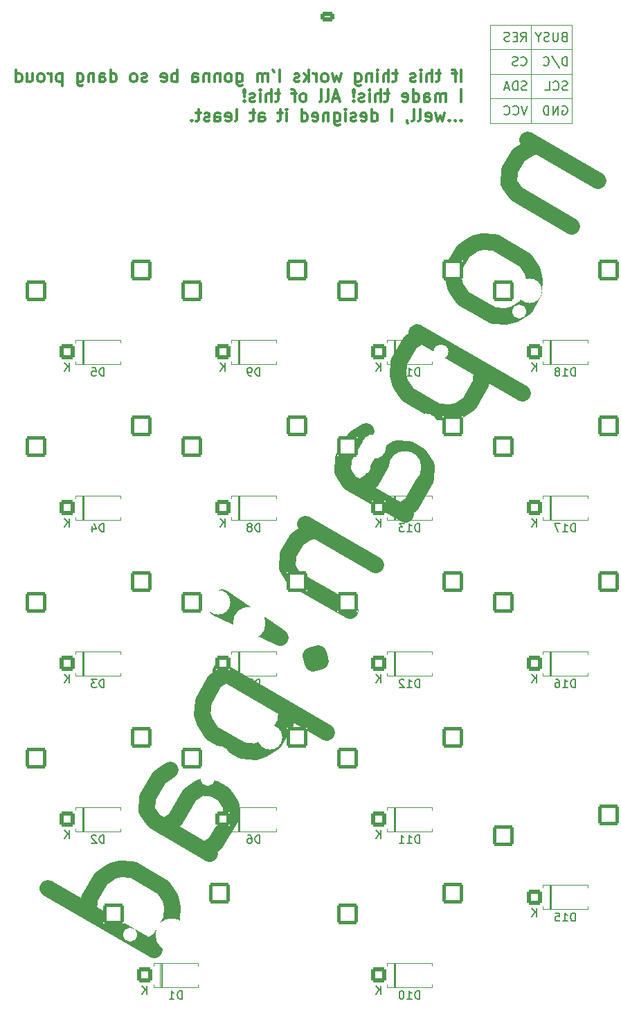
<source format=gbr>
%TF.GenerationSoftware,KiCad,Pcbnew,9.0.6*%
%TF.CreationDate,2026-01-02T18:32:11-05:00*%
%TF.ProjectId,nopanpad,6e6f7061-6e70-4616-942e-6b696361645f,first one lol*%
%TF.SameCoordinates,Original*%
%TF.FileFunction,Legend,Bot*%
%TF.FilePolarity,Positive*%
%FSLAX46Y46*%
G04 Gerber Fmt 4.6, Leading zero omitted, Abs format (unit mm)*
G04 Created by KiCad (PCBNEW 9.0.6) date 2026-01-02 18:32:11*
%MOMM*%
%LPD*%
G01*
G04 APERTURE LIST*
G04 Aperture macros list*
%AMRoundRect*
0 Rectangle with rounded corners*
0 $1 Rounding radius*
0 $2 $3 $4 $5 $6 $7 $8 $9 X,Y pos of 4 corners*
0 Add a 4 corners polygon primitive as box body*
4,1,4,$2,$3,$4,$5,$6,$7,$8,$9,$2,$3,0*
0 Add four circle primitives for the rounded corners*
1,1,$1+$1,$2,$3*
1,1,$1+$1,$4,$5*
1,1,$1+$1,$6,$7*
1,1,$1+$1,$8,$9*
0 Add four rect primitives between the rounded corners*
20,1,$1+$1,$2,$3,$4,$5,0*
20,1,$1+$1,$4,$5,$6,$7,0*
20,1,$1+$1,$6,$7,$8,$9,0*
20,1,$1+$1,$8,$9,$2,$3,0*%
G04 Aperture macros list end*
%ADD10C,2.000000*%
%ADD11C,0.300000*%
%ADD12C,0.137500*%
%ADD13C,0.100000*%
%ADD14C,0.150000*%
%ADD15C,0.120000*%
%ADD16RoundRect,0.250000X0.625000X-0.350000X0.625000X0.350000X-0.625000X0.350000X-0.625000X-0.350000X0*%
%ADD17O,1.750000X1.200000*%
%ADD18O,2.200000X3.500000*%
%ADD19R,1.500000X2.500000*%
%ADD20O,1.500000X2.500000*%
%ADD21C,1.700000*%
%ADD22R,1.700000X1.700000*%
%ADD23C,1.701800*%
%ADD24C,3.000000*%
%ADD25C,3.987800*%
%ADD26RoundRect,0.200000X1.075000X1.050000X-1.075000X1.050000X-1.075000X-1.050000X1.075000X-1.050000X0*%
%ADD27RoundRect,0.250000X-0.650000X-0.650000X0.650000X-0.650000X0.650000X0.650000X-0.650000X0.650000X0*%
%ADD28C,1.800000*%
%ADD29C,3.048000*%
G04 APERTURE END LIST*
D10*
X173556295Y-48062597D02*
X182216549Y-53062597D01*
X174793474Y-48776883D02*
X173817742Y-49038329D01*
X173817742Y-49038329D02*
X172484866Y-49918366D01*
X172484866Y-49918366D02*
X171413438Y-51774134D01*
X171413438Y-51774134D02*
X171317742Y-53368456D01*
X171317742Y-53368456D02*
X172197778Y-54701332D01*
X172197778Y-54701332D02*
X179002263Y-58629903D01*
X174359406Y-66671568D02*
X174455102Y-65077246D01*
X174455102Y-65077246D02*
X174193655Y-64101513D01*
X174193655Y-64101513D02*
X173313619Y-62768638D01*
X173313619Y-62768638D02*
X169602081Y-60625781D01*
X169602081Y-60625781D02*
X168007759Y-60530085D01*
X168007759Y-60530085D02*
X167032027Y-60791532D01*
X167032027Y-60791532D02*
X165699152Y-61671568D01*
X165699152Y-61671568D02*
X164627723Y-63527337D01*
X164627723Y-63527337D02*
X164532027Y-65121659D01*
X164532027Y-65121659D02*
X164793474Y-66097391D01*
X164793474Y-66097391D02*
X165673510Y-67430266D01*
X165673510Y-67430266D02*
X169385047Y-69573124D01*
X169385047Y-69573124D02*
X170979370Y-69668820D01*
X170979370Y-69668820D02*
X171955102Y-69407373D01*
X171955102Y-69407373D02*
X173287977Y-68527337D01*
X173287977Y-68527337D02*
X174359406Y-66671568D01*
X159984866Y-71569001D02*
X172975247Y-79069001D01*
X160603455Y-71926144D02*
X159270580Y-72806181D01*
X159270580Y-72806181D02*
X157842009Y-75280539D01*
X157842009Y-75280539D02*
X157746313Y-76874861D01*
X157746313Y-76874861D02*
X158007759Y-77850593D01*
X158007759Y-77850593D02*
X158887796Y-79183469D01*
X158887796Y-79183469D02*
X162599333Y-81326326D01*
X162599333Y-81326326D02*
X164193655Y-81422022D01*
X164193655Y-81422022D02*
X165169387Y-81160575D01*
X165169387Y-81160575D02*
X166502263Y-80280539D01*
X166502263Y-80280539D02*
X167930834Y-77806181D01*
X167930834Y-77806181D02*
X168026530Y-76211859D01*
X158645120Y-93889510D02*
X151840634Y-89960939D01*
X151840634Y-89960939D02*
X150960598Y-88628063D01*
X150960598Y-88628063D02*
X151056294Y-87033741D01*
X151056294Y-87033741D02*
X152484866Y-84559383D01*
X152484866Y-84559383D02*
X153817741Y-83679347D01*
X158026530Y-93532367D02*
X159359405Y-92652331D01*
X159359405Y-92652331D02*
X161145120Y-89559383D01*
X161145120Y-89559383D02*
X161240816Y-87965061D01*
X161240816Y-87965061D02*
X160360780Y-86632186D01*
X160360780Y-86632186D02*
X159123600Y-85917900D01*
X159123600Y-85917900D02*
X157529278Y-85822204D01*
X157529278Y-85822204D02*
X156196403Y-86702240D01*
X156196403Y-86702240D02*
X154410689Y-89795188D01*
X154410689Y-89795188D02*
X153077813Y-90675224D01*
X146413437Y-95075406D02*
X155073691Y-100075406D01*
X147650616Y-95789692D02*
X146674884Y-96051138D01*
X146674884Y-96051138D02*
X145342008Y-96931175D01*
X145342008Y-96931175D02*
X144270580Y-98786943D01*
X144270580Y-98786943D02*
X144174884Y-100381265D01*
X144174884Y-100381265D02*
X145054920Y-101714141D01*
X145054920Y-101714141D02*
X151859405Y-105642712D01*
X147050797Y-111114323D02*
X147312244Y-112090055D01*
X147312244Y-112090055D02*
X148287976Y-111828608D01*
X148287976Y-111828608D02*
X148026530Y-110852876D01*
X148026530Y-110852876D02*
X147050797Y-111114323D01*
X147050797Y-111114323D02*
X148287976Y-111828608D01*
X143339260Y-108971465D02*
X136273328Y-104067162D01*
X136273328Y-104067162D02*
X135297595Y-104328608D01*
X135297595Y-104328608D02*
X135559042Y-105304341D01*
X135559042Y-105304341D02*
X143339260Y-108971465D01*
X143339260Y-108971465D02*
X135297595Y-104328608D01*
X136056294Y-113014504D02*
X149046675Y-120514504D01*
X136674883Y-113371647D02*
X135342008Y-114251683D01*
X135342008Y-114251683D02*
X133913437Y-116726041D01*
X133913437Y-116726041D02*
X133817741Y-118320363D01*
X133817741Y-118320363D02*
X134079187Y-119296096D01*
X134079187Y-119296096D02*
X134959224Y-120628971D01*
X134959224Y-120628971D02*
X138670761Y-122771828D01*
X138670761Y-122771828D02*
X140265083Y-122867524D01*
X140265083Y-122867524D02*
X141240815Y-122606078D01*
X141240815Y-122606078D02*
X142573691Y-121726041D01*
X142573691Y-121726041D02*
X144002262Y-119251683D01*
X144002262Y-119251683D02*
X144097958Y-117657361D01*
X134716548Y-135335012D02*
X127912062Y-131406441D01*
X127912062Y-131406441D02*
X127032026Y-130073566D01*
X127032026Y-130073566D02*
X127127722Y-128479244D01*
X127127722Y-128479244D02*
X128556294Y-126004885D01*
X128556294Y-126004885D02*
X129889169Y-125124849D01*
X134097958Y-134977870D02*
X135430833Y-134097833D01*
X135430833Y-134097833D02*
X137216548Y-131004885D01*
X137216548Y-131004885D02*
X137312244Y-129410563D01*
X137312244Y-129410563D02*
X136432208Y-128077688D01*
X136432208Y-128077688D02*
X135195028Y-127363402D01*
X135195028Y-127363402D02*
X133600706Y-127267706D01*
X133600706Y-127267706D02*
X132267831Y-128147743D01*
X132267831Y-128147743D02*
X130482117Y-131240690D01*
X130482117Y-131240690D02*
X129149241Y-132120727D01*
X127930833Y-147088215D02*
X114940452Y-139588215D01*
X127312244Y-146731072D02*
X128645119Y-145851036D01*
X128645119Y-145851036D02*
X130073690Y-143376677D01*
X130073690Y-143376677D02*
X130169386Y-141782355D01*
X130169386Y-141782355D02*
X129907940Y-140806623D01*
X129907940Y-140806623D02*
X129027903Y-139473748D01*
X129027903Y-139473748D02*
X125316366Y-137330890D01*
X125316366Y-137330890D02*
X123722044Y-137235194D01*
X123722044Y-137235194D02*
X122746312Y-137496641D01*
X122746312Y-137496641D02*
X121413436Y-138376677D01*
X121413436Y-138376677D02*
X119984865Y-140851036D01*
X119984865Y-140851036D02*
X119889169Y-142445358D01*
D11*
X165445489Y-40970996D02*
X165445489Y-39470996D01*
X164945488Y-39970996D02*
X164374060Y-39970996D01*
X164731203Y-40970996D02*
X164731203Y-39685282D01*
X164731203Y-39685282D02*
X164659774Y-39542425D01*
X164659774Y-39542425D02*
X164516917Y-39470996D01*
X164516917Y-39470996D02*
X164374060Y-39470996D01*
X162945488Y-39970996D02*
X162374060Y-39970996D01*
X162731203Y-39470996D02*
X162731203Y-40756710D01*
X162731203Y-40756710D02*
X162659774Y-40899568D01*
X162659774Y-40899568D02*
X162516917Y-40970996D01*
X162516917Y-40970996D02*
X162374060Y-40970996D01*
X161874060Y-40970996D02*
X161874060Y-39470996D01*
X161231203Y-40970996D02*
X161231203Y-40185282D01*
X161231203Y-40185282D02*
X161302631Y-40042425D01*
X161302631Y-40042425D02*
X161445488Y-39970996D01*
X161445488Y-39970996D02*
X161659774Y-39970996D01*
X161659774Y-39970996D02*
X161802631Y-40042425D01*
X161802631Y-40042425D02*
X161874060Y-40113853D01*
X160516917Y-40970996D02*
X160516917Y-39970996D01*
X160516917Y-39470996D02*
X160588345Y-39542425D01*
X160588345Y-39542425D02*
X160516917Y-39613853D01*
X160516917Y-39613853D02*
X160445488Y-39542425D01*
X160445488Y-39542425D02*
X160516917Y-39470996D01*
X160516917Y-39470996D02*
X160516917Y-39613853D01*
X159874059Y-40899568D02*
X159731202Y-40970996D01*
X159731202Y-40970996D02*
X159445488Y-40970996D01*
X159445488Y-40970996D02*
X159302631Y-40899568D01*
X159302631Y-40899568D02*
X159231202Y-40756710D01*
X159231202Y-40756710D02*
X159231202Y-40685282D01*
X159231202Y-40685282D02*
X159302631Y-40542425D01*
X159302631Y-40542425D02*
X159445488Y-40470996D01*
X159445488Y-40470996D02*
X159659774Y-40470996D01*
X159659774Y-40470996D02*
X159802631Y-40399568D01*
X159802631Y-40399568D02*
X159874059Y-40256710D01*
X159874059Y-40256710D02*
X159874059Y-40185282D01*
X159874059Y-40185282D02*
X159802631Y-40042425D01*
X159802631Y-40042425D02*
X159659774Y-39970996D01*
X159659774Y-39970996D02*
X159445488Y-39970996D01*
X159445488Y-39970996D02*
X159302631Y-40042425D01*
X157659773Y-39970996D02*
X157088345Y-39970996D01*
X157445488Y-39470996D02*
X157445488Y-40756710D01*
X157445488Y-40756710D02*
X157374059Y-40899568D01*
X157374059Y-40899568D02*
X157231202Y-40970996D01*
X157231202Y-40970996D02*
X157088345Y-40970996D01*
X156588345Y-40970996D02*
X156588345Y-39470996D01*
X155945488Y-40970996D02*
X155945488Y-40185282D01*
X155945488Y-40185282D02*
X156016916Y-40042425D01*
X156016916Y-40042425D02*
X156159773Y-39970996D01*
X156159773Y-39970996D02*
X156374059Y-39970996D01*
X156374059Y-39970996D02*
X156516916Y-40042425D01*
X156516916Y-40042425D02*
X156588345Y-40113853D01*
X155231202Y-40970996D02*
X155231202Y-39970996D01*
X155231202Y-39470996D02*
X155302630Y-39542425D01*
X155302630Y-39542425D02*
X155231202Y-39613853D01*
X155231202Y-39613853D02*
X155159773Y-39542425D01*
X155159773Y-39542425D02*
X155231202Y-39470996D01*
X155231202Y-39470996D02*
X155231202Y-39613853D01*
X154516916Y-39970996D02*
X154516916Y-40970996D01*
X154516916Y-40113853D02*
X154445487Y-40042425D01*
X154445487Y-40042425D02*
X154302630Y-39970996D01*
X154302630Y-39970996D02*
X154088344Y-39970996D01*
X154088344Y-39970996D02*
X153945487Y-40042425D01*
X153945487Y-40042425D02*
X153874059Y-40185282D01*
X153874059Y-40185282D02*
X153874059Y-40970996D01*
X152516916Y-39970996D02*
X152516916Y-41185282D01*
X152516916Y-41185282D02*
X152588344Y-41328139D01*
X152588344Y-41328139D02*
X152659773Y-41399568D01*
X152659773Y-41399568D02*
X152802630Y-41470996D01*
X152802630Y-41470996D02*
X153016916Y-41470996D01*
X153016916Y-41470996D02*
X153159773Y-41399568D01*
X152516916Y-40899568D02*
X152659773Y-40970996D01*
X152659773Y-40970996D02*
X152945487Y-40970996D01*
X152945487Y-40970996D02*
X153088344Y-40899568D01*
X153088344Y-40899568D02*
X153159773Y-40828139D01*
X153159773Y-40828139D02*
X153231201Y-40685282D01*
X153231201Y-40685282D02*
X153231201Y-40256710D01*
X153231201Y-40256710D02*
X153159773Y-40113853D01*
X153159773Y-40113853D02*
X153088344Y-40042425D01*
X153088344Y-40042425D02*
X152945487Y-39970996D01*
X152945487Y-39970996D02*
X152659773Y-39970996D01*
X152659773Y-39970996D02*
X152516916Y-40042425D01*
X150802630Y-39970996D02*
X150516916Y-40970996D01*
X150516916Y-40970996D02*
X150231201Y-40256710D01*
X150231201Y-40256710D02*
X149945487Y-40970996D01*
X149945487Y-40970996D02*
X149659773Y-39970996D01*
X148874058Y-40970996D02*
X149016915Y-40899568D01*
X149016915Y-40899568D02*
X149088344Y-40828139D01*
X149088344Y-40828139D02*
X149159772Y-40685282D01*
X149159772Y-40685282D02*
X149159772Y-40256710D01*
X149159772Y-40256710D02*
X149088344Y-40113853D01*
X149088344Y-40113853D02*
X149016915Y-40042425D01*
X149016915Y-40042425D02*
X148874058Y-39970996D01*
X148874058Y-39970996D02*
X148659772Y-39970996D01*
X148659772Y-39970996D02*
X148516915Y-40042425D01*
X148516915Y-40042425D02*
X148445487Y-40113853D01*
X148445487Y-40113853D02*
X148374058Y-40256710D01*
X148374058Y-40256710D02*
X148374058Y-40685282D01*
X148374058Y-40685282D02*
X148445487Y-40828139D01*
X148445487Y-40828139D02*
X148516915Y-40899568D01*
X148516915Y-40899568D02*
X148659772Y-40970996D01*
X148659772Y-40970996D02*
X148874058Y-40970996D01*
X147731201Y-40970996D02*
X147731201Y-39970996D01*
X147731201Y-40256710D02*
X147659772Y-40113853D01*
X147659772Y-40113853D02*
X147588344Y-40042425D01*
X147588344Y-40042425D02*
X147445486Y-39970996D01*
X147445486Y-39970996D02*
X147302629Y-39970996D01*
X146802630Y-40970996D02*
X146802630Y-39470996D01*
X146659773Y-40399568D02*
X146231201Y-40970996D01*
X146231201Y-39970996D02*
X146802630Y-40542425D01*
X145659772Y-40899568D02*
X145516915Y-40970996D01*
X145516915Y-40970996D02*
X145231201Y-40970996D01*
X145231201Y-40970996D02*
X145088344Y-40899568D01*
X145088344Y-40899568D02*
X145016915Y-40756710D01*
X145016915Y-40756710D02*
X145016915Y-40685282D01*
X145016915Y-40685282D02*
X145088344Y-40542425D01*
X145088344Y-40542425D02*
X145231201Y-40470996D01*
X145231201Y-40470996D02*
X145445487Y-40470996D01*
X145445487Y-40470996D02*
X145588344Y-40399568D01*
X145588344Y-40399568D02*
X145659772Y-40256710D01*
X145659772Y-40256710D02*
X145659772Y-40185282D01*
X145659772Y-40185282D02*
X145588344Y-40042425D01*
X145588344Y-40042425D02*
X145445487Y-39970996D01*
X145445487Y-39970996D02*
X145231201Y-39970996D01*
X145231201Y-39970996D02*
X145088344Y-40042425D01*
X143231201Y-40970996D02*
X143231201Y-39470996D01*
X142445486Y-39470996D02*
X142588343Y-39756710D01*
X141802629Y-40970996D02*
X141802629Y-39970996D01*
X141802629Y-40113853D02*
X141731200Y-40042425D01*
X141731200Y-40042425D02*
X141588343Y-39970996D01*
X141588343Y-39970996D02*
X141374057Y-39970996D01*
X141374057Y-39970996D02*
X141231200Y-40042425D01*
X141231200Y-40042425D02*
X141159772Y-40185282D01*
X141159772Y-40185282D02*
X141159772Y-40970996D01*
X141159772Y-40185282D02*
X141088343Y-40042425D01*
X141088343Y-40042425D02*
X140945486Y-39970996D01*
X140945486Y-39970996D02*
X140731200Y-39970996D01*
X140731200Y-39970996D02*
X140588343Y-40042425D01*
X140588343Y-40042425D02*
X140516914Y-40185282D01*
X140516914Y-40185282D02*
X140516914Y-40970996D01*
X138016915Y-39970996D02*
X138016915Y-41185282D01*
X138016915Y-41185282D02*
X138088343Y-41328139D01*
X138088343Y-41328139D02*
X138159772Y-41399568D01*
X138159772Y-41399568D02*
X138302629Y-41470996D01*
X138302629Y-41470996D02*
X138516915Y-41470996D01*
X138516915Y-41470996D02*
X138659772Y-41399568D01*
X138016915Y-40899568D02*
X138159772Y-40970996D01*
X138159772Y-40970996D02*
X138445486Y-40970996D01*
X138445486Y-40970996D02*
X138588343Y-40899568D01*
X138588343Y-40899568D02*
X138659772Y-40828139D01*
X138659772Y-40828139D02*
X138731200Y-40685282D01*
X138731200Y-40685282D02*
X138731200Y-40256710D01*
X138731200Y-40256710D02*
X138659772Y-40113853D01*
X138659772Y-40113853D02*
X138588343Y-40042425D01*
X138588343Y-40042425D02*
X138445486Y-39970996D01*
X138445486Y-39970996D02*
X138159772Y-39970996D01*
X138159772Y-39970996D02*
X138016915Y-40042425D01*
X137088343Y-40970996D02*
X137231200Y-40899568D01*
X137231200Y-40899568D02*
X137302629Y-40828139D01*
X137302629Y-40828139D02*
X137374057Y-40685282D01*
X137374057Y-40685282D02*
X137374057Y-40256710D01*
X137374057Y-40256710D02*
X137302629Y-40113853D01*
X137302629Y-40113853D02*
X137231200Y-40042425D01*
X137231200Y-40042425D02*
X137088343Y-39970996D01*
X137088343Y-39970996D02*
X136874057Y-39970996D01*
X136874057Y-39970996D02*
X136731200Y-40042425D01*
X136731200Y-40042425D02*
X136659772Y-40113853D01*
X136659772Y-40113853D02*
X136588343Y-40256710D01*
X136588343Y-40256710D02*
X136588343Y-40685282D01*
X136588343Y-40685282D02*
X136659772Y-40828139D01*
X136659772Y-40828139D02*
X136731200Y-40899568D01*
X136731200Y-40899568D02*
X136874057Y-40970996D01*
X136874057Y-40970996D02*
X137088343Y-40970996D01*
X135945486Y-39970996D02*
X135945486Y-40970996D01*
X135945486Y-40113853D02*
X135874057Y-40042425D01*
X135874057Y-40042425D02*
X135731200Y-39970996D01*
X135731200Y-39970996D02*
X135516914Y-39970996D01*
X135516914Y-39970996D02*
X135374057Y-40042425D01*
X135374057Y-40042425D02*
X135302629Y-40185282D01*
X135302629Y-40185282D02*
X135302629Y-40970996D01*
X134588343Y-39970996D02*
X134588343Y-40970996D01*
X134588343Y-40113853D02*
X134516914Y-40042425D01*
X134516914Y-40042425D02*
X134374057Y-39970996D01*
X134374057Y-39970996D02*
X134159771Y-39970996D01*
X134159771Y-39970996D02*
X134016914Y-40042425D01*
X134016914Y-40042425D02*
X133945486Y-40185282D01*
X133945486Y-40185282D02*
X133945486Y-40970996D01*
X132588343Y-40970996D02*
X132588343Y-40185282D01*
X132588343Y-40185282D02*
X132659771Y-40042425D01*
X132659771Y-40042425D02*
X132802628Y-39970996D01*
X132802628Y-39970996D02*
X133088343Y-39970996D01*
X133088343Y-39970996D02*
X133231200Y-40042425D01*
X132588343Y-40899568D02*
X132731200Y-40970996D01*
X132731200Y-40970996D02*
X133088343Y-40970996D01*
X133088343Y-40970996D02*
X133231200Y-40899568D01*
X133231200Y-40899568D02*
X133302628Y-40756710D01*
X133302628Y-40756710D02*
X133302628Y-40613853D01*
X133302628Y-40613853D02*
X133231200Y-40470996D01*
X133231200Y-40470996D02*
X133088343Y-40399568D01*
X133088343Y-40399568D02*
X132731200Y-40399568D01*
X132731200Y-40399568D02*
X132588343Y-40328139D01*
X130731200Y-40970996D02*
X130731200Y-39470996D01*
X130731200Y-40042425D02*
X130588343Y-39970996D01*
X130588343Y-39970996D02*
X130302628Y-39970996D01*
X130302628Y-39970996D02*
X130159771Y-40042425D01*
X130159771Y-40042425D02*
X130088343Y-40113853D01*
X130088343Y-40113853D02*
X130016914Y-40256710D01*
X130016914Y-40256710D02*
X130016914Y-40685282D01*
X130016914Y-40685282D02*
X130088343Y-40828139D01*
X130088343Y-40828139D02*
X130159771Y-40899568D01*
X130159771Y-40899568D02*
X130302628Y-40970996D01*
X130302628Y-40970996D02*
X130588343Y-40970996D01*
X130588343Y-40970996D02*
X130731200Y-40899568D01*
X128802628Y-40899568D02*
X128945485Y-40970996D01*
X128945485Y-40970996D02*
X129231200Y-40970996D01*
X129231200Y-40970996D02*
X129374057Y-40899568D01*
X129374057Y-40899568D02*
X129445485Y-40756710D01*
X129445485Y-40756710D02*
X129445485Y-40185282D01*
X129445485Y-40185282D02*
X129374057Y-40042425D01*
X129374057Y-40042425D02*
X129231200Y-39970996D01*
X129231200Y-39970996D02*
X128945485Y-39970996D01*
X128945485Y-39970996D02*
X128802628Y-40042425D01*
X128802628Y-40042425D02*
X128731200Y-40185282D01*
X128731200Y-40185282D02*
X128731200Y-40328139D01*
X128731200Y-40328139D02*
X129445485Y-40470996D01*
X127016914Y-40899568D02*
X126874057Y-40970996D01*
X126874057Y-40970996D02*
X126588343Y-40970996D01*
X126588343Y-40970996D02*
X126445486Y-40899568D01*
X126445486Y-40899568D02*
X126374057Y-40756710D01*
X126374057Y-40756710D02*
X126374057Y-40685282D01*
X126374057Y-40685282D02*
X126445486Y-40542425D01*
X126445486Y-40542425D02*
X126588343Y-40470996D01*
X126588343Y-40470996D02*
X126802629Y-40470996D01*
X126802629Y-40470996D02*
X126945486Y-40399568D01*
X126945486Y-40399568D02*
X127016914Y-40256710D01*
X127016914Y-40256710D02*
X127016914Y-40185282D01*
X127016914Y-40185282D02*
X126945486Y-40042425D01*
X126945486Y-40042425D02*
X126802629Y-39970996D01*
X126802629Y-39970996D02*
X126588343Y-39970996D01*
X126588343Y-39970996D02*
X126445486Y-40042425D01*
X125516914Y-40970996D02*
X125659771Y-40899568D01*
X125659771Y-40899568D02*
X125731200Y-40828139D01*
X125731200Y-40828139D02*
X125802628Y-40685282D01*
X125802628Y-40685282D02*
X125802628Y-40256710D01*
X125802628Y-40256710D02*
X125731200Y-40113853D01*
X125731200Y-40113853D02*
X125659771Y-40042425D01*
X125659771Y-40042425D02*
X125516914Y-39970996D01*
X125516914Y-39970996D02*
X125302628Y-39970996D01*
X125302628Y-39970996D02*
X125159771Y-40042425D01*
X125159771Y-40042425D02*
X125088343Y-40113853D01*
X125088343Y-40113853D02*
X125016914Y-40256710D01*
X125016914Y-40256710D02*
X125016914Y-40685282D01*
X125016914Y-40685282D02*
X125088343Y-40828139D01*
X125088343Y-40828139D02*
X125159771Y-40899568D01*
X125159771Y-40899568D02*
X125302628Y-40970996D01*
X125302628Y-40970996D02*
X125516914Y-40970996D01*
X122588343Y-40970996D02*
X122588343Y-39470996D01*
X122588343Y-40899568D02*
X122731200Y-40970996D01*
X122731200Y-40970996D02*
X123016914Y-40970996D01*
X123016914Y-40970996D02*
X123159771Y-40899568D01*
X123159771Y-40899568D02*
X123231200Y-40828139D01*
X123231200Y-40828139D02*
X123302628Y-40685282D01*
X123302628Y-40685282D02*
X123302628Y-40256710D01*
X123302628Y-40256710D02*
X123231200Y-40113853D01*
X123231200Y-40113853D02*
X123159771Y-40042425D01*
X123159771Y-40042425D02*
X123016914Y-39970996D01*
X123016914Y-39970996D02*
X122731200Y-39970996D01*
X122731200Y-39970996D02*
X122588343Y-40042425D01*
X121231200Y-40970996D02*
X121231200Y-40185282D01*
X121231200Y-40185282D02*
X121302628Y-40042425D01*
X121302628Y-40042425D02*
X121445485Y-39970996D01*
X121445485Y-39970996D02*
X121731200Y-39970996D01*
X121731200Y-39970996D02*
X121874057Y-40042425D01*
X121231200Y-40899568D02*
X121374057Y-40970996D01*
X121374057Y-40970996D02*
X121731200Y-40970996D01*
X121731200Y-40970996D02*
X121874057Y-40899568D01*
X121874057Y-40899568D02*
X121945485Y-40756710D01*
X121945485Y-40756710D02*
X121945485Y-40613853D01*
X121945485Y-40613853D02*
X121874057Y-40470996D01*
X121874057Y-40470996D02*
X121731200Y-40399568D01*
X121731200Y-40399568D02*
X121374057Y-40399568D01*
X121374057Y-40399568D02*
X121231200Y-40328139D01*
X120516914Y-39970996D02*
X120516914Y-40970996D01*
X120516914Y-40113853D02*
X120445485Y-40042425D01*
X120445485Y-40042425D02*
X120302628Y-39970996D01*
X120302628Y-39970996D02*
X120088342Y-39970996D01*
X120088342Y-39970996D02*
X119945485Y-40042425D01*
X119945485Y-40042425D02*
X119874057Y-40185282D01*
X119874057Y-40185282D02*
X119874057Y-40970996D01*
X118516914Y-39970996D02*
X118516914Y-41185282D01*
X118516914Y-41185282D02*
X118588342Y-41328139D01*
X118588342Y-41328139D02*
X118659771Y-41399568D01*
X118659771Y-41399568D02*
X118802628Y-41470996D01*
X118802628Y-41470996D02*
X119016914Y-41470996D01*
X119016914Y-41470996D02*
X119159771Y-41399568D01*
X118516914Y-40899568D02*
X118659771Y-40970996D01*
X118659771Y-40970996D02*
X118945485Y-40970996D01*
X118945485Y-40970996D02*
X119088342Y-40899568D01*
X119088342Y-40899568D02*
X119159771Y-40828139D01*
X119159771Y-40828139D02*
X119231199Y-40685282D01*
X119231199Y-40685282D02*
X119231199Y-40256710D01*
X119231199Y-40256710D02*
X119159771Y-40113853D01*
X119159771Y-40113853D02*
X119088342Y-40042425D01*
X119088342Y-40042425D02*
X118945485Y-39970996D01*
X118945485Y-39970996D02*
X118659771Y-39970996D01*
X118659771Y-39970996D02*
X118516914Y-40042425D01*
X116659771Y-39970996D02*
X116659771Y-41470996D01*
X116659771Y-40042425D02*
X116516914Y-39970996D01*
X116516914Y-39970996D02*
X116231199Y-39970996D01*
X116231199Y-39970996D02*
X116088342Y-40042425D01*
X116088342Y-40042425D02*
X116016914Y-40113853D01*
X116016914Y-40113853D02*
X115945485Y-40256710D01*
X115945485Y-40256710D02*
X115945485Y-40685282D01*
X115945485Y-40685282D02*
X116016914Y-40828139D01*
X116016914Y-40828139D02*
X116088342Y-40899568D01*
X116088342Y-40899568D02*
X116231199Y-40970996D01*
X116231199Y-40970996D02*
X116516914Y-40970996D01*
X116516914Y-40970996D02*
X116659771Y-40899568D01*
X115302628Y-40970996D02*
X115302628Y-39970996D01*
X115302628Y-40256710D02*
X115231199Y-40113853D01*
X115231199Y-40113853D02*
X115159771Y-40042425D01*
X115159771Y-40042425D02*
X115016913Y-39970996D01*
X115016913Y-39970996D02*
X114874056Y-39970996D01*
X114159771Y-40970996D02*
X114302628Y-40899568D01*
X114302628Y-40899568D02*
X114374057Y-40828139D01*
X114374057Y-40828139D02*
X114445485Y-40685282D01*
X114445485Y-40685282D02*
X114445485Y-40256710D01*
X114445485Y-40256710D02*
X114374057Y-40113853D01*
X114374057Y-40113853D02*
X114302628Y-40042425D01*
X114302628Y-40042425D02*
X114159771Y-39970996D01*
X114159771Y-39970996D02*
X113945485Y-39970996D01*
X113945485Y-39970996D02*
X113802628Y-40042425D01*
X113802628Y-40042425D02*
X113731200Y-40113853D01*
X113731200Y-40113853D02*
X113659771Y-40256710D01*
X113659771Y-40256710D02*
X113659771Y-40685282D01*
X113659771Y-40685282D02*
X113731200Y-40828139D01*
X113731200Y-40828139D02*
X113802628Y-40899568D01*
X113802628Y-40899568D02*
X113945485Y-40970996D01*
X113945485Y-40970996D02*
X114159771Y-40970996D01*
X112374057Y-39970996D02*
X112374057Y-40970996D01*
X113016914Y-39970996D02*
X113016914Y-40756710D01*
X113016914Y-40756710D02*
X112945485Y-40899568D01*
X112945485Y-40899568D02*
X112802628Y-40970996D01*
X112802628Y-40970996D02*
X112588342Y-40970996D01*
X112588342Y-40970996D02*
X112445485Y-40899568D01*
X112445485Y-40899568D02*
X112374057Y-40828139D01*
X111016914Y-40970996D02*
X111016914Y-39470996D01*
X111016914Y-40899568D02*
X111159771Y-40970996D01*
X111159771Y-40970996D02*
X111445485Y-40970996D01*
X111445485Y-40970996D02*
X111588342Y-40899568D01*
X111588342Y-40899568D02*
X111659771Y-40828139D01*
X111659771Y-40828139D02*
X111731199Y-40685282D01*
X111731199Y-40685282D02*
X111731199Y-40256710D01*
X111731199Y-40256710D02*
X111659771Y-40113853D01*
X111659771Y-40113853D02*
X111588342Y-40042425D01*
X111588342Y-40042425D02*
X111445485Y-39970996D01*
X111445485Y-39970996D02*
X111159771Y-39970996D01*
X111159771Y-39970996D02*
X111016914Y-40042425D01*
X165445489Y-43385912D02*
X165445489Y-41885912D01*
X163588346Y-43385912D02*
X163588346Y-42385912D01*
X163588346Y-42528769D02*
X163516917Y-42457341D01*
X163516917Y-42457341D02*
X163374060Y-42385912D01*
X163374060Y-42385912D02*
X163159774Y-42385912D01*
X163159774Y-42385912D02*
X163016917Y-42457341D01*
X163016917Y-42457341D02*
X162945489Y-42600198D01*
X162945489Y-42600198D02*
X162945489Y-43385912D01*
X162945489Y-42600198D02*
X162874060Y-42457341D01*
X162874060Y-42457341D02*
X162731203Y-42385912D01*
X162731203Y-42385912D02*
X162516917Y-42385912D01*
X162516917Y-42385912D02*
X162374060Y-42457341D01*
X162374060Y-42457341D02*
X162302631Y-42600198D01*
X162302631Y-42600198D02*
X162302631Y-43385912D01*
X160945489Y-43385912D02*
X160945489Y-42600198D01*
X160945489Y-42600198D02*
X161016917Y-42457341D01*
X161016917Y-42457341D02*
X161159774Y-42385912D01*
X161159774Y-42385912D02*
X161445489Y-42385912D01*
X161445489Y-42385912D02*
X161588346Y-42457341D01*
X160945489Y-43314484D02*
X161088346Y-43385912D01*
X161088346Y-43385912D02*
X161445489Y-43385912D01*
X161445489Y-43385912D02*
X161588346Y-43314484D01*
X161588346Y-43314484D02*
X161659774Y-43171626D01*
X161659774Y-43171626D02*
X161659774Y-43028769D01*
X161659774Y-43028769D02*
X161588346Y-42885912D01*
X161588346Y-42885912D02*
X161445489Y-42814484D01*
X161445489Y-42814484D02*
X161088346Y-42814484D01*
X161088346Y-42814484D02*
X160945489Y-42743055D01*
X159588346Y-43385912D02*
X159588346Y-41885912D01*
X159588346Y-43314484D02*
X159731203Y-43385912D01*
X159731203Y-43385912D02*
X160016917Y-43385912D01*
X160016917Y-43385912D02*
X160159774Y-43314484D01*
X160159774Y-43314484D02*
X160231203Y-43243055D01*
X160231203Y-43243055D02*
X160302631Y-43100198D01*
X160302631Y-43100198D02*
X160302631Y-42671626D01*
X160302631Y-42671626D02*
X160231203Y-42528769D01*
X160231203Y-42528769D02*
X160159774Y-42457341D01*
X160159774Y-42457341D02*
X160016917Y-42385912D01*
X160016917Y-42385912D02*
X159731203Y-42385912D01*
X159731203Y-42385912D02*
X159588346Y-42457341D01*
X158302631Y-43314484D02*
X158445488Y-43385912D01*
X158445488Y-43385912D02*
X158731203Y-43385912D01*
X158731203Y-43385912D02*
X158874060Y-43314484D01*
X158874060Y-43314484D02*
X158945488Y-43171626D01*
X158945488Y-43171626D02*
X158945488Y-42600198D01*
X158945488Y-42600198D02*
X158874060Y-42457341D01*
X158874060Y-42457341D02*
X158731203Y-42385912D01*
X158731203Y-42385912D02*
X158445488Y-42385912D01*
X158445488Y-42385912D02*
X158302631Y-42457341D01*
X158302631Y-42457341D02*
X158231203Y-42600198D01*
X158231203Y-42600198D02*
X158231203Y-42743055D01*
X158231203Y-42743055D02*
X158945488Y-42885912D01*
X156659774Y-42385912D02*
X156088346Y-42385912D01*
X156445489Y-41885912D02*
X156445489Y-43171626D01*
X156445489Y-43171626D02*
X156374060Y-43314484D01*
X156374060Y-43314484D02*
X156231203Y-43385912D01*
X156231203Y-43385912D02*
X156088346Y-43385912D01*
X155588346Y-43385912D02*
X155588346Y-41885912D01*
X154945489Y-43385912D02*
X154945489Y-42600198D01*
X154945489Y-42600198D02*
X155016917Y-42457341D01*
X155016917Y-42457341D02*
X155159774Y-42385912D01*
X155159774Y-42385912D02*
X155374060Y-42385912D01*
X155374060Y-42385912D02*
X155516917Y-42457341D01*
X155516917Y-42457341D02*
X155588346Y-42528769D01*
X154231203Y-43385912D02*
X154231203Y-42385912D01*
X154231203Y-41885912D02*
X154302631Y-41957341D01*
X154302631Y-41957341D02*
X154231203Y-42028769D01*
X154231203Y-42028769D02*
X154159774Y-41957341D01*
X154159774Y-41957341D02*
X154231203Y-41885912D01*
X154231203Y-41885912D02*
X154231203Y-42028769D01*
X153588345Y-43314484D02*
X153445488Y-43385912D01*
X153445488Y-43385912D02*
X153159774Y-43385912D01*
X153159774Y-43385912D02*
X153016917Y-43314484D01*
X153016917Y-43314484D02*
X152945488Y-43171626D01*
X152945488Y-43171626D02*
X152945488Y-43100198D01*
X152945488Y-43100198D02*
X153016917Y-42957341D01*
X153016917Y-42957341D02*
X153159774Y-42885912D01*
X153159774Y-42885912D02*
X153374060Y-42885912D01*
X153374060Y-42885912D02*
X153516917Y-42814484D01*
X153516917Y-42814484D02*
X153588345Y-42671626D01*
X153588345Y-42671626D02*
X153588345Y-42600198D01*
X153588345Y-42600198D02*
X153516917Y-42457341D01*
X153516917Y-42457341D02*
X153374060Y-42385912D01*
X153374060Y-42385912D02*
X153159774Y-42385912D01*
X153159774Y-42385912D02*
X153016917Y-42457341D01*
X152302631Y-43243055D02*
X152231202Y-43314484D01*
X152231202Y-43314484D02*
X152302631Y-43385912D01*
X152302631Y-43385912D02*
X152374059Y-43314484D01*
X152374059Y-43314484D02*
X152302631Y-43243055D01*
X152302631Y-43243055D02*
X152302631Y-43385912D01*
X152302631Y-42814484D02*
X152374059Y-41957341D01*
X152374059Y-41957341D02*
X152302631Y-41885912D01*
X152302631Y-41885912D02*
X152231202Y-41957341D01*
X152231202Y-41957341D02*
X152302631Y-42814484D01*
X152302631Y-42814484D02*
X152302631Y-41885912D01*
X150516916Y-42957341D02*
X149802631Y-42957341D01*
X150659773Y-43385912D02*
X150159773Y-41885912D01*
X150159773Y-41885912D02*
X149659773Y-43385912D01*
X148945488Y-43385912D02*
X149088345Y-43314484D01*
X149088345Y-43314484D02*
X149159774Y-43171626D01*
X149159774Y-43171626D02*
X149159774Y-41885912D01*
X148159774Y-43385912D02*
X148302631Y-43314484D01*
X148302631Y-43314484D02*
X148374060Y-43171626D01*
X148374060Y-43171626D02*
X148374060Y-41885912D01*
X146231203Y-43385912D02*
X146374060Y-43314484D01*
X146374060Y-43314484D02*
X146445489Y-43243055D01*
X146445489Y-43243055D02*
X146516917Y-43100198D01*
X146516917Y-43100198D02*
X146516917Y-42671626D01*
X146516917Y-42671626D02*
X146445489Y-42528769D01*
X146445489Y-42528769D02*
X146374060Y-42457341D01*
X146374060Y-42457341D02*
X146231203Y-42385912D01*
X146231203Y-42385912D02*
X146016917Y-42385912D01*
X146016917Y-42385912D02*
X145874060Y-42457341D01*
X145874060Y-42457341D02*
X145802632Y-42528769D01*
X145802632Y-42528769D02*
X145731203Y-42671626D01*
X145731203Y-42671626D02*
X145731203Y-43100198D01*
X145731203Y-43100198D02*
X145802632Y-43243055D01*
X145802632Y-43243055D02*
X145874060Y-43314484D01*
X145874060Y-43314484D02*
X146016917Y-43385912D01*
X146016917Y-43385912D02*
X146231203Y-43385912D01*
X145302631Y-42385912D02*
X144731203Y-42385912D01*
X145088346Y-43385912D02*
X145088346Y-42100198D01*
X145088346Y-42100198D02*
X145016917Y-41957341D01*
X145016917Y-41957341D02*
X144874060Y-41885912D01*
X144874060Y-41885912D02*
X144731203Y-41885912D01*
X143302631Y-42385912D02*
X142731203Y-42385912D01*
X143088346Y-41885912D02*
X143088346Y-43171626D01*
X143088346Y-43171626D02*
X143016917Y-43314484D01*
X143016917Y-43314484D02*
X142874060Y-43385912D01*
X142874060Y-43385912D02*
X142731203Y-43385912D01*
X142231203Y-43385912D02*
X142231203Y-41885912D01*
X141588346Y-43385912D02*
X141588346Y-42600198D01*
X141588346Y-42600198D02*
X141659774Y-42457341D01*
X141659774Y-42457341D02*
X141802631Y-42385912D01*
X141802631Y-42385912D02*
X142016917Y-42385912D01*
X142016917Y-42385912D02*
X142159774Y-42457341D01*
X142159774Y-42457341D02*
X142231203Y-42528769D01*
X140874060Y-43385912D02*
X140874060Y-42385912D01*
X140874060Y-41885912D02*
X140945488Y-41957341D01*
X140945488Y-41957341D02*
X140874060Y-42028769D01*
X140874060Y-42028769D02*
X140802631Y-41957341D01*
X140802631Y-41957341D02*
X140874060Y-41885912D01*
X140874060Y-41885912D02*
X140874060Y-42028769D01*
X140231202Y-43314484D02*
X140088345Y-43385912D01*
X140088345Y-43385912D02*
X139802631Y-43385912D01*
X139802631Y-43385912D02*
X139659774Y-43314484D01*
X139659774Y-43314484D02*
X139588345Y-43171626D01*
X139588345Y-43171626D02*
X139588345Y-43100198D01*
X139588345Y-43100198D02*
X139659774Y-42957341D01*
X139659774Y-42957341D02*
X139802631Y-42885912D01*
X139802631Y-42885912D02*
X140016917Y-42885912D01*
X140016917Y-42885912D02*
X140159774Y-42814484D01*
X140159774Y-42814484D02*
X140231202Y-42671626D01*
X140231202Y-42671626D02*
X140231202Y-42600198D01*
X140231202Y-42600198D02*
X140159774Y-42457341D01*
X140159774Y-42457341D02*
X140016917Y-42385912D01*
X140016917Y-42385912D02*
X139802631Y-42385912D01*
X139802631Y-42385912D02*
X139659774Y-42457341D01*
X138945488Y-43243055D02*
X138874059Y-43314484D01*
X138874059Y-43314484D02*
X138945488Y-43385912D01*
X138945488Y-43385912D02*
X139016916Y-43314484D01*
X139016916Y-43314484D02*
X138945488Y-43243055D01*
X138945488Y-43243055D02*
X138945488Y-43385912D01*
X138945488Y-42814484D02*
X139016916Y-41957341D01*
X139016916Y-41957341D02*
X138945488Y-41885912D01*
X138945488Y-41885912D02*
X138874059Y-41957341D01*
X138874059Y-41957341D02*
X138945488Y-42814484D01*
X138945488Y-42814484D02*
X138945488Y-41885912D01*
X165445489Y-45657971D02*
X165374060Y-45729400D01*
X165374060Y-45729400D02*
X165445489Y-45800828D01*
X165445489Y-45800828D02*
X165516917Y-45729400D01*
X165516917Y-45729400D02*
X165445489Y-45657971D01*
X165445489Y-45657971D02*
X165445489Y-45800828D01*
X164731203Y-45657971D02*
X164659774Y-45729400D01*
X164659774Y-45729400D02*
X164731203Y-45800828D01*
X164731203Y-45800828D02*
X164802631Y-45729400D01*
X164802631Y-45729400D02*
X164731203Y-45657971D01*
X164731203Y-45657971D02*
X164731203Y-45800828D01*
X164016917Y-45657971D02*
X163945488Y-45729400D01*
X163945488Y-45729400D02*
X164016917Y-45800828D01*
X164016917Y-45800828D02*
X164088345Y-45729400D01*
X164088345Y-45729400D02*
X164016917Y-45657971D01*
X164016917Y-45657971D02*
X164016917Y-45800828D01*
X163445488Y-44800828D02*
X163159774Y-45800828D01*
X163159774Y-45800828D02*
X162874059Y-45086542D01*
X162874059Y-45086542D02*
X162588345Y-45800828D01*
X162588345Y-45800828D02*
X162302631Y-44800828D01*
X161159773Y-45729400D02*
X161302630Y-45800828D01*
X161302630Y-45800828D02*
X161588345Y-45800828D01*
X161588345Y-45800828D02*
X161731202Y-45729400D01*
X161731202Y-45729400D02*
X161802630Y-45586542D01*
X161802630Y-45586542D02*
X161802630Y-45015114D01*
X161802630Y-45015114D02*
X161731202Y-44872257D01*
X161731202Y-44872257D02*
X161588345Y-44800828D01*
X161588345Y-44800828D02*
X161302630Y-44800828D01*
X161302630Y-44800828D02*
X161159773Y-44872257D01*
X161159773Y-44872257D02*
X161088345Y-45015114D01*
X161088345Y-45015114D02*
X161088345Y-45157971D01*
X161088345Y-45157971D02*
X161802630Y-45300828D01*
X160231202Y-45800828D02*
X160374059Y-45729400D01*
X160374059Y-45729400D02*
X160445488Y-45586542D01*
X160445488Y-45586542D02*
X160445488Y-44300828D01*
X159445488Y-45800828D02*
X159588345Y-45729400D01*
X159588345Y-45729400D02*
X159659774Y-45586542D01*
X159659774Y-45586542D02*
X159659774Y-44300828D01*
X158802631Y-45729400D02*
X158802631Y-45800828D01*
X158802631Y-45800828D02*
X158874060Y-45943685D01*
X158874060Y-45943685D02*
X158945488Y-46015114D01*
X157016917Y-45800828D02*
X157016917Y-44300828D01*
X154516917Y-45800828D02*
X154516917Y-44300828D01*
X154516917Y-45729400D02*
X154659774Y-45800828D01*
X154659774Y-45800828D02*
X154945488Y-45800828D01*
X154945488Y-45800828D02*
X155088345Y-45729400D01*
X155088345Y-45729400D02*
X155159774Y-45657971D01*
X155159774Y-45657971D02*
X155231202Y-45515114D01*
X155231202Y-45515114D02*
X155231202Y-45086542D01*
X155231202Y-45086542D02*
X155159774Y-44943685D01*
X155159774Y-44943685D02*
X155088345Y-44872257D01*
X155088345Y-44872257D02*
X154945488Y-44800828D01*
X154945488Y-44800828D02*
X154659774Y-44800828D01*
X154659774Y-44800828D02*
X154516917Y-44872257D01*
X153231202Y-45729400D02*
X153374059Y-45800828D01*
X153374059Y-45800828D02*
X153659774Y-45800828D01*
X153659774Y-45800828D02*
X153802631Y-45729400D01*
X153802631Y-45729400D02*
X153874059Y-45586542D01*
X153874059Y-45586542D02*
X153874059Y-45015114D01*
X153874059Y-45015114D02*
X153802631Y-44872257D01*
X153802631Y-44872257D02*
X153659774Y-44800828D01*
X153659774Y-44800828D02*
X153374059Y-44800828D01*
X153374059Y-44800828D02*
X153231202Y-44872257D01*
X153231202Y-44872257D02*
X153159774Y-45015114D01*
X153159774Y-45015114D02*
X153159774Y-45157971D01*
X153159774Y-45157971D02*
X153874059Y-45300828D01*
X152588345Y-45729400D02*
X152445488Y-45800828D01*
X152445488Y-45800828D02*
X152159774Y-45800828D01*
X152159774Y-45800828D02*
X152016917Y-45729400D01*
X152016917Y-45729400D02*
X151945488Y-45586542D01*
X151945488Y-45586542D02*
X151945488Y-45515114D01*
X151945488Y-45515114D02*
X152016917Y-45372257D01*
X152016917Y-45372257D02*
X152159774Y-45300828D01*
X152159774Y-45300828D02*
X152374060Y-45300828D01*
X152374060Y-45300828D02*
X152516917Y-45229400D01*
X152516917Y-45229400D02*
X152588345Y-45086542D01*
X152588345Y-45086542D02*
X152588345Y-45015114D01*
X152588345Y-45015114D02*
X152516917Y-44872257D01*
X152516917Y-44872257D02*
X152374060Y-44800828D01*
X152374060Y-44800828D02*
X152159774Y-44800828D01*
X152159774Y-44800828D02*
X152016917Y-44872257D01*
X151302631Y-45800828D02*
X151302631Y-44800828D01*
X151302631Y-44300828D02*
X151374059Y-44372257D01*
X151374059Y-44372257D02*
X151302631Y-44443685D01*
X151302631Y-44443685D02*
X151231202Y-44372257D01*
X151231202Y-44372257D02*
X151302631Y-44300828D01*
X151302631Y-44300828D02*
X151302631Y-44443685D01*
X149945488Y-44800828D02*
X149945488Y-46015114D01*
X149945488Y-46015114D02*
X150016916Y-46157971D01*
X150016916Y-46157971D02*
X150088345Y-46229400D01*
X150088345Y-46229400D02*
X150231202Y-46300828D01*
X150231202Y-46300828D02*
X150445488Y-46300828D01*
X150445488Y-46300828D02*
X150588345Y-46229400D01*
X149945488Y-45729400D02*
X150088345Y-45800828D01*
X150088345Y-45800828D02*
X150374059Y-45800828D01*
X150374059Y-45800828D02*
X150516916Y-45729400D01*
X150516916Y-45729400D02*
X150588345Y-45657971D01*
X150588345Y-45657971D02*
X150659773Y-45515114D01*
X150659773Y-45515114D02*
X150659773Y-45086542D01*
X150659773Y-45086542D02*
X150588345Y-44943685D01*
X150588345Y-44943685D02*
X150516916Y-44872257D01*
X150516916Y-44872257D02*
X150374059Y-44800828D01*
X150374059Y-44800828D02*
X150088345Y-44800828D01*
X150088345Y-44800828D02*
X149945488Y-44872257D01*
X149231202Y-44800828D02*
X149231202Y-45800828D01*
X149231202Y-44943685D02*
X149159773Y-44872257D01*
X149159773Y-44872257D02*
X149016916Y-44800828D01*
X149016916Y-44800828D02*
X148802630Y-44800828D01*
X148802630Y-44800828D02*
X148659773Y-44872257D01*
X148659773Y-44872257D02*
X148588345Y-45015114D01*
X148588345Y-45015114D02*
X148588345Y-45800828D01*
X147302630Y-45729400D02*
X147445487Y-45800828D01*
X147445487Y-45800828D02*
X147731202Y-45800828D01*
X147731202Y-45800828D02*
X147874059Y-45729400D01*
X147874059Y-45729400D02*
X147945487Y-45586542D01*
X147945487Y-45586542D02*
X147945487Y-45015114D01*
X147945487Y-45015114D02*
X147874059Y-44872257D01*
X147874059Y-44872257D02*
X147731202Y-44800828D01*
X147731202Y-44800828D02*
X147445487Y-44800828D01*
X147445487Y-44800828D02*
X147302630Y-44872257D01*
X147302630Y-44872257D02*
X147231202Y-45015114D01*
X147231202Y-45015114D02*
X147231202Y-45157971D01*
X147231202Y-45157971D02*
X147945487Y-45300828D01*
X145945488Y-45800828D02*
X145945488Y-44300828D01*
X145945488Y-45729400D02*
X146088345Y-45800828D01*
X146088345Y-45800828D02*
X146374059Y-45800828D01*
X146374059Y-45800828D02*
X146516916Y-45729400D01*
X146516916Y-45729400D02*
X146588345Y-45657971D01*
X146588345Y-45657971D02*
X146659773Y-45515114D01*
X146659773Y-45515114D02*
X146659773Y-45086542D01*
X146659773Y-45086542D02*
X146588345Y-44943685D01*
X146588345Y-44943685D02*
X146516916Y-44872257D01*
X146516916Y-44872257D02*
X146374059Y-44800828D01*
X146374059Y-44800828D02*
X146088345Y-44800828D01*
X146088345Y-44800828D02*
X145945488Y-44872257D01*
X144088345Y-45800828D02*
X144088345Y-44800828D01*
X144088345Y-44300828D02*
X144159773Y-44372257D01*
X144159773Y-44372257D02*
X144088345Y-44443685D01*
X144088345Y-44443685D02*
X144016916Y-44372257D01*
X144016916Y-44372257D02*
X144088345Y-44300828D01*
X144088345Y-44300828D02*
X144088345Y-44443685D01*
X143588344Y-44800828D02*
X143016916Y-44800828D01*
X143374059Y-44300828D02*
X143374059Y-45586542D01*
X143374059Y-45586542D02*
X143302630Y-45729400D01*
X143302630Y-45729400D02*
X143159773Y-45800828D01*
X143159773Y-45800828D02*
X143016916Y-45800828D01*
X140731202Y-45800828D02*
X140731202Y-45015114D01*
X140731202Y-45015114D02*
X140802630Y-44872257D01*
X140802630Y-44872257D02*
X140945487Y-44800828D01*
X140945487Y-44800828D02*
X141231202Y-44800828D01*
X141231202Y-44800828D02*
X141374059Y-44872257D01*
X140731202Y-45729400D02*
X140874059Y-45800828D01*
X140874059Y-45800828D02*
X141231202Y-45800828D01*
X141231202Y-45800828D02*
X141374059Y-45729400D01*
X141374059Y-45729400D02*
X141445487Y-45586542D01*
X141445487Y-45586542D02*
X141445487Y-45443685D01*
X141445487Y-45443685D02*
X141374059Y-45300828D01*
X141374059Y-45300828D02*
X141231202Y-45229400D01*
X141231202Y-45229400D02*
X140874059Y-45229400D01*
X140874059Y-45229400D02*
X140731202Y-45157971D01*
X140231201Y-44800828D02*
X139659773Y-44800828D01*
X140016916Y-44300828D02*
X140016916Y-45586542D01*
X140016916Y-45586542D02*
X139945487Y-45729400D01*
X139945487Y-45729400D02*
X139802630Y-45800828D01*
X139802630Y-45800828D02*
X139659773Y-45800828D01*
X137802630Y-45800828D02*
X137945487Y-45729400D01*
X137945487Y-45729400D02*
X138016916Y-45586542D01*
X138016916Y-45586542D02*
X138016916Y-44300828D01*
X136659773Y-45729400D02*
X136802630Y-45800828D01*
X136802630Y-45800828D02*
X137088345Y-45800828D01*
X137088345Y-45800828D02*
X137231202Y-45729400D01*
X137231202Y-45729400D02*
X137302630Y-45586542D01*
X137302630Y-45586542D02*
X137302630Y-45015114D01*
X137302630Y-45015114D02*
X137231202Y-44872257D01*
X137231202Y-44872257D02*
X137088345Y-44800828D01*
X137088345Y-44800828D02*
X136802630Y-44800828D01*
X136802630Y-44800828D02*
X136659773Y-44872257D01*
X136659773Y-44872257D02*
X136588345Y-45015114D01*
X136588345Y-45015114D02*
X136588345Y-45157971D01*
X136588345Y-45157971D02*
X137302630Y-45300828D01*
X135302631Y-45800828D02*
X135302631Y-45015114D01*
X135302631Y-45015114D02*
X135374059Y-44872257D01*
X135374059Y-44872257D02*
X135516916Y-44800828D01*
X135516916Y-44800828D02*
X135802631Y-44800828D01*
X135802631Y-44800828D02*
X135945488Y-44872257D01*
X135302631Y-45729400D02*
X135445488Y-45800828D01*
X135445488Y-45800828D02*
X135802631Y-45800828D01*
X135802631Y-45800828D02*
X135945488Y-45729400D01*
X135945488Y-45729400D02*
X136016916Y-45586542D01*
X136016916Y-45586542D02*
X136016916Y-45443685D01*
X136016916Y-45443685D02*
X135945488Y-45300828D01*
X135945488Y-45300828D02*
X135802631Y-45229400D01*
X135802631Y-45229400D02*
X135445488Y-45229400D01*
X135445488Y-45229400D02*
X135302631Y-45157971D01*
X134659773Y-45729400D02*
X134516916Y-45800828D01*
X134516916Y-45800828D02*
X134231202Y-45800828D01*
X134231202Y-45800828D02*
X134088345Y-45729400D01*
X134088345Y-45729400D02*
X134016916Y-45586542D01*
X134016916Y-45586542D02*
X134016916Y-45515114D01*
X134016916Y-45515114D02*
X134088345Y-45372257D01*
X134088345Y-45372257D02*
X134231202Y-45300828D01*
X134231202Y-45300828D02*
X134445488Y-45300828D01*
X134445488Y-45300828D02*
X134588345Y-45229400D01*
X134588345Y-45229400D02*
X134659773Y-45086542D01*
X134659773Y-45086542D02*
X134659773Y-45015114D01*
X134659773Y-45015114D02*
X134588345Y-44872257D01*
X134588345Y-44872257D02*
X134445488Y-44800828D01*
X134445488Y-44800828D02*
X134231202Y-44800828D01*
X134231202Y-44800828D02*
X134088345Y-44872257D01*
X133588344Y-44800828D02*
X133016916Y-44800828D01*
X133374059Y-44300828D02*
X133374059Y-45586542D01*
X133374059Y-45586542D02*
X133302630Y-45729400D01*
X133302630Y-45729400D02*
X133159773Y-45800828D01*
X133159773Y-45800828D02*
X133016916Y-45800828D01*
X132516916Y-45657971D02*
X132445487Y-45729400D01*
X132445487Y-45729400D02*
X132516916Y-45800828D01*
X132516916Y-45800828D02*
X132588344Y-45729400D01*
X132588344Y-45729400D02*
X132516916Y-45657971D01*
X132516916Y-45657971D02*
X132516916Y-45800828D01*
D12*
X172769063Y-36001730D02*
X173135730Y-35477921D01*
X173397635Y-36001730D02*
X173397635Y-34901730D01*
X173397635Y-34901730D02*
X172978587Y-34901730D01*
X172978587Y-34901730D02*
X172873825Y-34954111D01*
X172873825Y-34954111D02*
X172821444Y-35006492D01*
X172821444Y-35006492D02*
X172769063Y-35111254D01*
X172769063Y-35111254D02*
X172769063Y-35268397D01*
X172769063Y-35268397D02*
X172821444Y-35373159D01*
X172821444Y-35373159D02*
X172873825Y-35425540D01*
X172873825Y-35425540D02*
X172978587Y-35477921D01*
X172978587Y-35477921D02*
X173397635Y-35477921D01*
X172297635Y-35425540D02*
X171930968Y-35425540D01*
X171773825Y-36001730D02*
X172297635Y-36001730D01*
X172297635Y-36001730D02*
X172297635Y-34901730D01*
X172297635Y-34901730D02*
X171773825Y-34901730D01*
X171354778Y-35949350D02*
X171197635Y-36001730D01*
X171197635Y-36001730D02*
X170935730Y-36001730D01*
X170935730Y-36001730D02*
X170830968Y-35949350D01*
X170830968Y-35949350D02*
X170778587Y-35896969D01*
X170778587Y-35896969D02*
X170726206Y-35792207D01*
X170726206Y-35792207D02*
X170726206Y-35687445D01*
X170726206Y-35687445D02*
X170778587Y-35582683D01*
X170778587Y-35582683D02*
X170830968Y-35530302D01*
X170830968Y-35530302D02*
X170935730Y-35477921D01*
X170935730Y-35477921D02*
X171145254Y-35425540D01*
X171145254Y-35425540D02*
X171250016Y-35373159D01*
X171250016Y-35373159D02*
X171302397Y-35320778D01*
X171302397Y-35320778D02*
X171354778Y-35216016D01*
X171354778Y-35216016D02*
X171354778Y-35111254D01*
X171354778Y-35111254D02*
X171302397Y-35006492D01*
X171302397Y-35006492D02*
X171250016Y-34954111D01*
X171250016Y-34954111D02*
X171145254Y-34901730D01*
X171145254Y-34901730D02*
X170883349Y-34901730D01*
X170883349Y-34901730D02*
X170726206Y-34954111D01*
X178030968Y-35425540D02*
X177873825Y-35477921D01*
X177873825Y-35477921D02*
X177821444Y-35530302D01*
X177821444Y-35530302D02*
X177769063Y-35635064D01*
X177769063Y-35635064D02*
X177769063Y-35792207D01*
X177769063Y-35792207D02*
X177821444Y-35896969D01*
X177821444Y-35896969D02*
X177873825Y-35949350D01*
X177873825Y-35949350D02*
X177978587Y-36001730D01*
X177978587Y-36001730D02*
X178397635Y-36001730D01*
X178397635Y-36001730D02*
X178397635Y-34901730D01*
X178397635Y-34901730D02*
X178030968Y-34901730D01*
X178030968Y-34901730D02*
X177926206Y-34954111D01*
X177926206Y-34954111D02*
X177873825Y-35006492D01*
X177873825Y-35006492D02*
X177821444Y-35111254D01*
X177821444Y-35111254D02*
X177821444Y-35216016D01*
X177821444Y-35216016D02*
X177873825Y-35320778D01*
X177873825Y-35320778D02*
X177926206Y-35373159D01*
X177926206Y-35373159D02*
X178030968Y-35425540D01*
X178030968Y-35425540D02*
X178397635Y-35425540D01*
X177297635Y-34901730D02*
X177297635Y-35792207D01*
X177297635Y-35792207D02*
X177245254Y-35896969D01*
X177245254Y-35896969D02*
X177192873Y-35949350D01*
X177192873Y-35949350D02*
X177088111Y-36001730D01*
X177088111Y-36001730D02*
X176878587Y-36001730D01*
X176878587Y-36001730D02*
X176773825Y-35949350D01*
X176773825Y-35949350D02*
X176721444Y-35896969D01*
X176721444Y-35896969D02*
X176669063Y-35792207D01*
X176669063Y-35792207D02*
X176669063Y-34901730D01*
X176197635Y-35949350D02*
X176040492Y-36001730D01*
X176040492Y-36001730D02*
X175778587Y-36001730D01*
X175778587Y-36001730D02*
X175673825Y-35949350D01*
X175673825Y-35949350D02*
X175621444Y-35896969D01*
X175621444Y-35896969D02*
X175569063Y-35792207D01*
X175569063Y-35792207D02*
X175569063Y-35687445D01*
X175569063Y-35687445D02*
X175621444Y-35582683D01*
X175621444Y-35582683D02*
X175673825Y-35530302D01*
X175673825Y-35530302D02*
X175778587Y-35477921D01*
X175778587Y-35477921D02*
X175988111Y-35425540D01*
X175988111Y-35425540D02*
X176092873Y-35373159D01*
X176092873Y-35373159D02*
X176145254Y-35320778D01*
X176145254Y-35320778D02*
X176197635Y-35216016D01*
X176197635Y-35216016D02*
X176197635Y-35111254D01*
X176197635Y-35111254D02*
X176145254Y-35006492D01*
X176145254Y-35006492D02*
X176092873Y-34954111D01*
X176092873Y-34954111D02*
X175988111Y-34901730D01*
X175988111Y-34901730D02*
X175726206Y-34901730D01*
X175726206Y-34901730D02*
X175569063Y-34954111D01*
X174888111Y-35477921D02*
X174888111Y-36001730D01*
X175254778Y-34901730D02*
X174888111Y-35477921D01*
X174888111Y-35477921D02*
X174521444Y-34901730D01*
X172769063Y-38896969D02*
X172821444Y-38949350D01*
X172821444Y-38949350D02*
X172978587Y-39001730D01*
X172978587Y-39001730D02*
X173083349Y-39001730D01*
X173083349Y-39001730D02*
X173240492Y-38949350D01*
X173240492Y-38949350D02*
X173345254Y-38844588D01*
X173345254Y-38844588D02*
X173397635Y-38739826D01*
X173397635Y-38739826D02*
X173450016Y-38530302D01*
X173450016Y-38530302D02*
X173450016Y-38373159D01*
X173450016Y-38373159D02*
X173397635Y-38163635D01*
X173397635Y-38163635D02*
X173345254Y-38058873D01*
X173345254Y-38058873D02*
X173240492Y-37954111D01*
X173240492Y-37954111D02*
X173083349Y-37901730D01*
X173083349Y-37901730D02*
X172978587Y-37901730D01*
X172978587Y-37901730D02*
X172821444Y-37954111D01*
X172821444Y-37954111D02*
X172769063Y-38006492D01*
X172350016Y-38949350D02*
X172192873Y-39001730D01*
X172192873Y-39001730D02*
X171930968Y-39001730D01*
X171930968Y-39001730D02*
X171826206Y-38949350D01*
X171826206Y-38949350D02*
X171773825Y-38896969D01*
X171773825Y-38896969D02*
X171721444Y-38792207D01*
X171721444Y-38792207D02*
X171721444Y-38687445D01*
X171721444Y-38687445D02*
X171773825Y-38582683D01*
X171773825Y-38582683D02*
X171826206Y-38530302D01*
X171826206Y-38530302D02*
X171930968Y-38477921D01*
X171930968Y-38477921D02*
X172140492Y-38425540D01*
X172140492Y-38425540D02*
X172245254Y-38373159D01*
X172245254Y-38373159D02*
X172297635Y-38320778D01*
X172297635Y-38320778D02*
X172350016Y-38216016D01*
X172350016Y-38216016D02*
X172350016Y-38111254D01*
X172350016Y-38111254D02*
X172297635Y-38006492D01*
X172297635Y-38006492D02*
X172245254Y-37954111D01*
X172245254Y-37954111D02*
X172140492Y-37901730D01*
X172140492Y-37901730D02*
X171878587Y-37901730D01*
X171878587Y-37901730D02*
X171721444Y-37954111D01*
X178397635Y-39001730D02*
X178397635Y-37901730D01*
X178397635Y-37901730D02*
X178135730Y-37901730D01*
X178135730Y-37901730D02*
X177978587Y-37954111D01*
X177978587Y-37954111D02*
X177873825Y-38058873D01*
X177873825Y-38058873D02*
X177821444Y-38163635D01*
X177821444Y-38163635D02*
X177769063Y-38373159D01*
X177769063Y-38373159D02*
X177769063Y-38530302D01*
X177769063Y-38530302D02*
X177821444Y-38739826D01*
X177821444Y-38739826D02*
X177873825Y-38844588D01*
X177873825Y-38844588D02*
X177978587Y-38949350D01*
X177978587Y-38949350D02*
X178135730Y-39001730D01*
X178135730Y-39001730D02*
X178397635Y-39001730D01*
X176511920Y-37849350D02*
X177454778Y-39263635D01*
X175516682Y-38896969D02*
X175569063Y-38949350D01*
X175569063Y-38949350D02*
X175726206Y-39001730D01*
X175726206Y-39001730D02*
X175830968Y-39001730D01*
X175830968Y-39001730D02*
X175988111Y-38949350D01*
X175988111Y-38949350D02*
X176092873Y-38844588D01*
X176092873Y-38844588D02*
X176145254Y-38739826D01*
X176145254Y-38739826D02*
X176197635Y-38530302D01*
X176197635Y-38530302D02*
X176197635Y-38373159D01*
X176197635Y-38373159D02*
X176145254Y-38163635D01*
X176145254Y-38163635D02*
X176092873Y-38058873D01*
X176092873Y-38058873D02*
X175988111Y-37954111D01*
X175988111Y-37954111D02*
X175830968Y-37901730D01*
X175830968Y-37901730D02*
X175726206Y-37901730D01*
X175726206Y-37901730D02*
X175569063Y-37954111D01*
X175569063Y-37954111D02*
X175516682Y-38006492D01*
X173450016Y-41949350D02*
X173292873Y-42001730D01*
X173292873Y-42001730D02*
X173030968Y-42001730D01*
X173030968Y-42001730D02*
X172926206Y-41949350D01*
X172926206Y-41949350D02*
X172873825Y-41896969D01*
X172873825Y-41896969D02*
X172821444Y-41792207D01*
X172821444Y-41792207D02*
X172821444Y-41687445D01*
X172821444Y-41687445D02*
X172873825Y-41582683D01*
X172873825Y-41582683D02*
X172926206Y-41530302D01*
X172926206Y-41530302D02*
X173030968Y-41477921D01*
X173030968Y-41477921D02*
X173240492Y-41425540D01*
X173240492Y-41425540D02*
X173345254Y-41373159D01*
X173345254Y-41373159D02*
X173397635Y-41320778D01*
X173397635Y-41320778D02*
X173450016Y-41216016D01*
X173450016Y-41216016D02*
X173450016Y-41111254D01*
X173450016Y-41111254D02*
X173397635Y-41006492D01*
X173397635Y-41006492D02*
X173345254Y-40954111D01*
X173345254Y-40954111D02*
X173240492Y-40901730D01*
X173240492Y-40901730D02*
X172978587Y-40901730D01*
X172978587Y-40901730D02*
X172821444Y-40954111D01*
X172350016Y-42001730D02*
X172350016Y-40901730D01*
X172350016Y-40901730D02*
X172088111Y-40901730D01*
X172088111Y-40901730D02*
X171930968Y-40954111D01*
X171930968Y-40954111D02*
X171826206Y-41058873D01*
X171826206Y-41058873D02*
X171773825Y-41163635D01*
X171773825Y-41163635D02*
X171721444Y-41373159D01*
X171721444Y-41373159D02*
X171721444Y-41530302D01*
X171721444Y-41530302D02*
X171773825Y-41739826D01*
X171773825Y-41739826D02*
X171826206Y-41844588D01*
X171826206Y-41844588D02*
X171930968Y-41949350D01*
X171930968Y-41949350D02*
X172088111Y-42001730D01*
X172088111Y-42001730D02*
X172350016Y-42001730D01*
X171302397Y-41687445D02*
X170778587Y-41687445D01*
X171407159Y-42001730D02*
X171040492Y-40901730D01*
X171040492Y-40901730D02*
X170673825Y-42001730D01*
X178450016Y-41949350D02*
X178292873Y-42001730D01*
X178292873Y-42001730D02*
X178030968Y-42001730D01*
X178030968Y-42001730D02*
X177926206Y-41949350D01*
X177926206Y-41949350D02*
X177873825Y-41896969D01*
X177873825Y-41896969D02*
X177821444Y-41792207D01*
X177821444Y-41792207D02*
X177821444Y-41687445D01*
X177821444Y-41687445D02*
X177873825Y-41582683D01*
X177873825Y-41582683D02*
X177926206Y-41530302D01*
X177926206Y-41530302D02*
X178030968Y-41477921D01*
X178030968Y-41477921D02*
X178240492Y-41425540D01*
X178240492Y-41425540D02*
X178345254Y-41373159D01*
X178345254Y-41373159D02*
X178397635Y-41320778D01*
X178397635Y-41320778D02*
X178450016Y-41216016D01*
X178450016Y-41216016D02*
X178450016Y-41111254D01*
X178450016Y-41111254D02*
X178397635Y-41006492D01*
X178397635Y-41006492D02*
X178345254Y-40954111D01*
X178345254Y-40954111D02*
X178240492Y-40901730D01*
X178240492Y-40901730D02*
X177978587Y-40901730D01*
X177978587Y-40901730D02*
X177821444Y-40954111D01*
X176721444Y-41896969D02*
X176773825Y-41949350D01*
X176773825Y-41949350D02*
X176930968Y-42001730D01*
X176930968Y-42001730D02*
X177035730Y-42001730D01*
X177035730Y-42001730D02*
X177192873Y-41949350D01*
X177192873Y-41949350D02*
X177297635Y-41844588D01*
X177297635Y-41844588D02*
X177350016Y-41739826D01*
X177350016Y-41739826D02*
X177402397Y-41530302D01*
X177402397Y-41530302D02*
X177402397Y-41373159D01*
X177402397Y-41373159D02*
X177350016Y-41163635D01*
X177350016Y-41163635D02*
X177297635Y-41058873D01*
X177297635Y-41058873D02*
X177192873Y-40954111D01*
X177192873Y-40954111D02*
X177035730Y-40901730D01*
X177035730Y-40901730D02*
X176930968Y-40901730D01*
X176930968Y-40901730D02*
X176773825Y-40954111D01*
X176773825Y-40954111D02*
X176721444Y-41006492D01*
X175726206Y-42001730D02*
X176250016Y-42001730D01*
X176250016Y-42001730D02*
X176250016Y-40901730D01*
X173554778Y-43901730D02*
X173188111Y-45001730D01*
X173188111Y-45001730D02*
X172821444Y-43901730D01*
X171826206Y-44896969D02*
X171878587Y-44949350D01*
X171878587Y-44949350D02*
X172035730Y-45001730D01*
X172035730Y-45001730D02*
X172140492Y-45001730D01*
X172140492Y-45001730D02*
X172297635Y-44949350D01*
X172297635Y-44949350D02*
X172402397Y-44844588D01*
X172402397Y-44844588D02*
X172454778Y-44739826D01*
X172454778Y-44739826D02*
X172507159Y-44530302D01*
X172507159Y-44530302D02*
X172507159Y-44373159D01*
X172507159Y-44373159D02*
X172454778Y-44163635D01*
X172454778Y-44163635D02*
X172402397Y-44058873D01*
X172402397Y-44058873D02*
X172297635Y-43954111D01*
X172297635Y-43954111D02*
X172140492Y-43901730D01*
X172140492Y-43901730D02*
X172035730Y-43901730D01*
X172035730Y-43901730D02*
X171878587Y-43954111D01*
X171878587Y-43954111D02*
X171826206Y-44006492D01*
X170726206Y-44896969D02*
X170778587Y-44949350D01*
X170778587Y-44949350D02*
X170935730Y-45001730D01*
X170935730Y-45001730D02*
X171040492Y-45001730D01*
X171040492Y-45001730D02*
X171197635Y-44949350D01*
X171197635Y-44949350D02*
X171302397Y-44844588D01*
X171302397Y-44844588D02*
X171354778Y-44739826D01*
X171354778Y-44739826D02*
X171407159Y-44530302D01*
X171407159Y-44530302D02*
X171407159Y-44373159D01*
X171407159Y-44373159D02*
X171354778Y-44163635D01*
X171354778Y-44163635D02*
X171302397Y-44058873D01*
X171302397Y-44058873D02*
X171197635Y-43954111D01*
X171197635Y-43954111D02*
X171040492Y-43901730D01*
X171040492Y-43901730D02*
X170935730Y-43901730D01*
X170935730Y-43901730D02*
X170778587Y-43954111D01*
X170778587Y-43954111D02*
X170726206Y-44006492D01*
X177821444Y-43954111D02*
X177926206Y-43901730D01*
X177926206Y-43901730D02*
X178083349Y-43901730D01*
X178083349Y-43901730D02*
X178240492Y-43954111D01*
X178240492Y-43954111D02*
X178345254Y-44058873D01*
X178345254Y-44058873D02*
X178397635Y-44163635D01*
X178397635Y-44163635D02*
X178450016Y-44373159D01*
X178450016Y-44373159D02*
X178450016Y-44530302D01*
X178450016Y-44530302D02*
X178397635Y-44739826D01*
X178397635Y-44739826D02*
X178345254Y-44844588D01*
X178345254Y-44844588D02*
X178240492Y-44949350D01*
X178240492Y-44949350D02*
X178083349Y-45001730D01*
X178083349Y-45001730D02*
X177978587Y-45001730D01*
X177978587Y-45001730D02*
X177821444Y-44949350D01*
X177821444Y-44949350D02*
X177769063Y-44896969D01*
X177769063Y-44896969D02*
X177769063Y-44530302D01*
X177769063Y-44530302D02*
X177978587Y-44530302D01*
X177297635Y-45001730D02*
X177297635Y-43901730D01*
X177297635Y-43901730D02*
X176669063Y-45001730D01*
X176669063Y-45001730D02*
X176669063Y-43901730D01*
X176145254Y-45001730D02*
X176145254Y-43901730D01*
X176145254Y-43901730D02*
X175883349Y-43901730D01*
X175883349Y-43901730D02*
X175726206Y-43954111D01*
X175726206Y-43954111D02*
X175621444Y-44058873D01*
X175621444Y-44058873D02*
X175569063Y-44163635D01*
X175569063Y-44163635D02*
X175516682Y-44373159D01*
X175516682Y-44373159D02*
X175516682Y-44530302D01*
X175516682Y-44530302D02*
X175569063Y-44739826D01*
X175569063Y-44739826D02*
X175621444Y-44844588D01*
X175621444Y-44844588D02*
X175726206Y-44949350D01*
X175726206Y-44949350D02*
X175883349Y-45001730D01*
X175883349Y-45001730D02*
X176145254Y-45001730D01*
D13*
X174000000Y-34000000D02*
X174000000Y-37000000D01*
X174000000Y-37000000D02*
X174000000Y-40000000D01*
X174000000Y-40000000D02*
X174000000Y-43000000D01*
X174000000Y-43000000D02*
X174000000Y-46000000D01*
X174000000Y-37000000D02*
X169000000Y-37000000D01*
X179000000Y-37000000D02*
X174000000Y-37000000D01*
X174000000Y-40000000D02*
X169000000Y-40000000D01*
X179000000Y-40000000D02*
X174000000Y-40000000D01*
X174000000Y-43000000D02*
X169000000Y-43000000D01*
X179000000Y-43000000D02*
X174000000Y-43000000D01*
X169000000Y-34000000D02*
X179000000Y-34000000D01*
X179000000Y-34000000D02*
X179000000Y-46000000D01*
X179000000Y-46000000D02*
X169000000Y-46000000D01*
X169000000Y-46000000D02*
X169000000Y-34000000D01*
D14*
X121778094Y-115024819D02*
X121778094Y-114024819D01*
X121778094Y-114024819D02*
X121539999Y-114024819D01*
X121539999Y-114024819D02*
X121397142Y-114072438D01*
X121397142Y-114072438D02*
X121301904Y-114167676D01*
X121301904Y-114167676D02*
X121254285Y-114262914D01*
X121254285Y-114262914D02*
X121206666Y-114453390D01*
X121206666Y-114453390D02*
X121206666Y-114596247D01*
X121206666Y-114596247D02*
X121254285Y-114786723D01*
X121254285Y-114786723D02*
X121301904Y-114881961D01*
X121301904Y-114881961D02*
X121397142Y-114977200D01*
X121397142Y-114977200D02*
X121539999Y-115024819D01*
X121539999Y-115024819D02*
X121778094Y-115024819D01*
X120873332Y-114024819D02*
X120254285Y-114024819D01*
X120254285Y-114024819D02*
X120587618Y-114405771D01*
X120587618Y-114405771D02*
X120444761Y-114405771D01*
X120444761Y-114405771D02*
X120349523Y-114453390D01*
X120349523Y-114453390D02*
X120301904Y-114501009D01*
X120301904Y-114501009D02*
X120254285Y-114596247D01*
X120254285Y-114596247D02*
X120254285Y-114834342D01*
X120254285Y-114834342D02*
X120301904Y-114929580D01*
X120301904Y-114929580D02*
X120349523Y-114977200D01*
X120349523Y-114977200D02*
X120444761Y-115024819D01*
X120444761Y-115024819D02*
X120730475Y-115024819D01*
X120730475Y-115024819D02*
X120825713Y-114977200D01*
X120825713Y-114977200D02*
X120873332Y-114929580D01*
X117491904Y-114454819D02*
X117491904Y-113454819D01*
X116920476Y-114454819D02*
X117349047Y-113883390D01*
X116920476Y-113454819D02*
X117491904Y-114026247D01*
X121778094Y-95974819D02*
X121778094Y-94974819D01*
X121778094Y-94974819D02*
X121539999Y-94974819D01*
X121539999Y-94974819D02*
X121397142Y-95022438D01*
X121397142Y-95022438D02*
X121301904Y-95117676D01*
X121301904Y-95117676D02*
X121254285Y-95212914D01*
X121254285Y-95212914D02*
X121206666Y-95403390D01*
X121206666Y-95403390D02*
X121206666Y-95546247D01*
X121206666Y-95546247D02*
X121254285Y-95736723D01*
X121254285Y-95736723D02*
X121301904Y-95831961D01*
X121301904Y-95831961D02*
X121397142Y-95927200D01*
X121397142Y-95927200D02*
X121539999Y-95974819D01*
X121539999Y-95974819D02*
X121778094Y-95974819D01*
X120349523Y-95308152D02*
X120349523Y-95974819D01*
X120587618Y-94927200D02*
X120825713Y-95641485D01*
X120825713Y-95641485D02*
X120206666Y-95641485D01*
X117491904Y-95404819D02*
X117491904Y-94404819D01*
X116920476Y-95404819D02*
X117349047Y-94833390D01*
X116920476Y-94404819D02*
X117491904Y-94976247D01*
X140828094Y-115024819D02*
X140828094Y-114024819D01*
X140828094Y-114024819D02*
X140589999Y-114024819D01*
X140589999Y-114024819D02*
X140447142Y-114072438D01*
X140447142Y-114072438D02*
X140351904Y-114167676D01*
X140351904Y-114167676D02*
X140304285Y-114262914D01*
X140304285Y-114262914D02*
X140256666Y-114453390D01*
X140256666Y-114453390D02*
X140256666Y-114596247D01*
X140256666Y-114596247D02*
X140304285Y-114786723D01*
X140304285Y-114786723D02*
X140351904Y-114881961D01*
X140351904Y-114881961D02*
X140447142Y-114977200D01*
X140447142Y-114977200D02*
X140589999Y-115024819D01*
X140589999Y-115024819D02*
X140828094Y-115024819D01*
X139923332Y-114024819D02*
X139256666Y-114024819D01*
X139256666Y-114024819D02*
X139685237Y-115024819D01*
X136541904Y-114454819D02*
X136541904Y-113454819D01*
X135970476Y-114454819D02*
X136399047Y-113883390D01*
X135970476Y-113454819D02*
X136541904Y-114026247D01*
X179404285Y-115024819D02*
X179404285Y-114024819D01*
X179404285Y-114024819D02*
X179166190Y-114024819D01*
X179166190Y-114024819D02*
X179023333Y-114072438D01*
X179023333Y-114072438D02*
X178928095Y-114167676D01*
X178928095Y-114167676D02*
X178880476Y-114262914D01*
X178880476Y-114262914D02*
X178832857Y-114453390D01*
X178832857Y-114453390D02*
X178832857Y-114596247D01*
X178832857Y-114596247D02*
X178880476Y-114786723D01*
X178880476Y-114786723D02*
X178928095Y-114881961D01*
X178928095Y-114881961D02*
X179023333Y-114977200D01*
X179023333Y-114977200D02*
X179166190Y-115024819D01*
X179166190Y-115024819D02*
X179404285Y-115024819D01*
X177880476Y-115024819D02*
X178451904Y-115024819D01*
X178166190Y-115024819D02*
X178166190Y-114024819D01*
X178166190Y-114024819D02*
X178261428Y-114167676D01*
X178261428Y-114167676D02*
X178356666Y-114262914D01*
X178356666Y-114262914D02*
X178451904Y-114310533D01*
X177023333Y-114024819D02*
X177213809Y-114024819D01*
X177213809Y-114024819D02*
X177309047Y-114072438D01*
X177309047Y-114072438D02*
X177356666Y-114120057D01*
X177356666Y-114120057D02*
X177451904Y-114262914D01*
X177451904Y-114262914D02*
X177499523Y-114453390D01*
X177499523Y-114453390D02*
X177499523Y-114834342D01*
X177499523Y-114834342D02*
X177451904Y-114929580D01*
X177451904Y-114929580D02*
X177404285Y-114977200D01*
X177404285Y-114977200D02*
X177309047Y-115024819D01*
X177309047Y-115024819D02*
X177118571Y-115024819D01*
X177118571Y-115024819D02*
X177023333Y-114977200D01*
X177023333Y-114977200D02*
X176975714Y-114929580D01*
X176975714Y-114929580D02*
X176928095Y-114834342D01*
X176928095Y-114834342D02*
X176928095Y-114596247D01*
X176928095Y-114596247D02*
X176975714Y-114501009D01*
X176975714Y-114501009D02*
X177023333Y-114453390D01*
X177023333Y-114453390D02*
X177118571Y-114405771D01*
X177118571Y-114405771D02*
X177309047Y-114405771D01*
X177309047Y-114405771D02*
X177404285Y-114453390D01*
X177404285Y-114453390D02*
X177451904Y-114501009D01*
X177451904Y-114501009D02*
X177499523Y-114596247D01*
X174641904Y-114454819D02*
X174641904Y-113454819D01*
X174070476Y-114454819D02*
X174499047Y-113883390D01*
X174070476Y-113454819D02*
X174641904Y-114026247D01*
X140828094Y-76924819D02*
X140828094Y-75924819D01*
X140828094Y-75924819D02*
X140589999Y-75924819D01*
X140589999Y-75924819D02*
X140447142Y-75972438D01*
X140447142Y-75972438D02*
X140351904Y-76067676D01*
X140351904Y-76067676D02*
X140304285Y-76162914D01*
X140304285Y-76162914D02*
X140256666Y-76353390D01*
X140256666Y-76353390D02*
X140256666Y-76496247D01*
X140256666Y-76496247D02*
X140304285Y-76686723D01*
X140304285Y-76686723D02*
X140351904Y-76781961D01*
X140351904Y-76781961D02*
X140447142Y-76877200D01*
X140447142Y-76877200D02*
X140589999Y-76924819D01*
X140589999Y-76924819D02*
X140828094Y-76924819D01*
X139780475Y-76924819D02*
X139589999Y-76924819D01*
X139589999Y-76924819D02*
X139494761Y-76877200D01*
X139494761Y-76877200D02*
X139447142Y-76829580D01*
X139447142Y-76829580D02*
X139351904Y-76686723D01*
X139351904Y-76686723D02*
X139304285Y-76496247D01*
X139304285Y-76496247D02*
X139304285Y-76115295D01*
X139304285Y-76115295D02*
X139351904Y-76020057D01*
X139351904Y-76020057D02*
X139399523Y-75972438D01*
X139399523Y-75972438D02*
X139494761Y-75924819D01*
X139494761Y-75924819D02*
X139685237Y-75924819D01*
X139685237Y-75924819D02*
X139780475Y-75972438D01*
X139780475Y-75972438D02*
X139828094Y-76020057D01*
X139828094Y-76020057D02*
X139875713Y-76115295D01*
X139875713Y-76115295D02*
X139875713Y-76353390D01*
X139875713Y-76353390D02*
X139828094Y-76448628D01*
X139828094Y-76448628D02*
X139780475Y-76496247D01*
X139780475Y-76496247D02*
X139685237Y-76543866D01*
X139685237Y-76543866D02*
X139494761Y-76543866D01*
X139494761Y-76543866D02*
X139399523Y-76496247D01*
X139399523Y-76496247D02*
X139351904Y-76448628D01*
X139351904Y-76448628D02*
X139304285Y-76353390D01*
X136541904Y-76354819D02*
X136541904Y-75354819D01*
X135970476Y-76354819D02*
X136399047Y-75783390D01*
X135970476Y-75354819D02*
X136541904Y-75926247D01*
X160354285Y-153124819D02*
X160354285Y-152124819D01*
X160354285Y-152124819D02*
X160116190Y-152124819D01*
X160116190Y-152124819D02*
X159973333Y-152172438D01*
X159973333Y-152172438D02*
X159878095Y-152267676D01*
X159878095Y-152267676D02*
X159830476Y-152362914D01*
X159830476Y-152362914D02*
X159782857Y-152553390D01*
X159782857Y-152553390D02*
X159782857Y-152696247D01*
X159782857Y-152696247D02*
X159830476Y-152886723D01*
X159830476Y-152886723D02*
X159878095Y-152981961D01*
X159878095Y-152981961D02*
X159973333Y-153077200D01*
X159973333Y-153077200D02*
X160116190Y-153124819D01*
X160116190Y-153124819D02*
X160354285Y-153124819D01*
X158830476Y-153124819D02*
X159401904Y-153124819D01*
X159116190Y-153124819D02*
X159116190Y-152124819D01*
X159116190Y-152124819D02*
X159211428Y-152267676D01*
X159211428Y-152267676D02*
X159306666Y-152362914D01*
X159306666Y-152362914D02*
X159401904Y-152410533D01*
X158211428Y-152124819D02*
X158116190Y-152124819D01*
X158116190Y-152124819D02*
X158020952Y-152172438D01*
X158020952Y-152172438D02*
X157973333Y-152220057D01*
X157973333Y-152220057D02*
X157925714Y-152315295D01*
X157925714Y-152315295D02*
X157878095Y-152505771D01*
X157878095Y-152505771D02*
X157878095Y-152743866D01*
X157878095Y-152743866D02*
X157925714Y-152934342D01*
X157925714Y-152934342D02*
X157973333Y-153029580D01*
X157973333Y-153029580D02*
X158020952Y-153077200D01*
X158020952Y-153077200D02*
X158116190Y-153124819D01*
X158116190Y-153124819D02*
X158211428Y-153124819D01*
X158211428Y-153124819D02*
X158306666Y-153077200D01*
X158306666Y-153077200D02*
X158354285Y-153029580D01*
X158354285Y-153029580D02*
X158401904Y-152934342D01*
X158401904Y-152934342D02*
X158449523Y-152743866D01*
X158449523Y-152743866D02*
X158449523Y-152505771D01*
X158449523Y-152505771D02*
X158401904Y-152315295D01*
X158401904Y-152315295D02*
X158354285Y-152220057D01*
X158354285Y-152220057D02*
X158306666Y-152172438D01*
X158306666Y-152172438D02*
X158211428Y-152124819D01*
X155591904Y-152554819D02*
X155591904Y-151554819D01*
X155020476Y-152554819D02*
X155449047Y-151983390D01*
X155020476Y-151554819D02*
X155591904Y-152126247D01*
X160354285Y-134074819D02*
X160354285Y-133074819D01*
X160354285Y-133074819D02*
X160116190Y-133074819D01*
X160116190Y-133074819D02*
X159973333Y-133122438D01*
X159973333Y-133122438D02*
X159878095Y-133217676D01*
X159878095Y-133217676D02*
X159830476Y-133312914D01*
X159830476Y-133312914D02*
X159782857Y-133503390D01*
X159782857Y-133503390D02*
X159782857Y-133646247D01*
X159782857Y-133646247D02*
X159830476Y-133836723D01*
X159830476Y-133836723D02*
X159878095Y-133931961D01*
X159878095Y-133931961D02*
X159973333Y-134027200D01*
X159973333Y-134027200D02*
X160116190Y-134074819D01*
X160116190Y-134074819D02*
X160354285Y-134074819D01*
X158830476Y-134074819D02*
X159401904Y-134074819D01*
X159116190Y-134074819D02*
X159116190Y-133074819D01*
X159116190Y-133074819D02*
X159211428Y-133217676D01*
X159211428Y-133217676D02*
X159306666Y-133312914D01*
X159306666Y-133312914D02*
X159401904Y-133360533D01*
X157878095Y-134074819D02*
X158449523Y-134074819D01*
X158163809Y-134074819D02*
X158163809Y-133074819D01*
X158163809Y-133074819D02*
X158259047Y-133217676D01*
X158259047Y-133217676D02*
X158354285Y-133312914D01*
X158354285Y-133312914D02*
X158449523Y-133360533D01*
X155591904Y-133504819D02*
X155591904Y-132504819D01*
X155020476Y-133504819D02*
X155449047Y-132933390D01*
X155020476Y-132504819D02*
X155591904Y-133076247D01*
X179404285Y-76924819D02*
X179404285Y-75924819D01*
X179404285Y-75924819D02*
X179166190Y-75924819D01*
X179166190Y-75924819D02*
X179023333Y-75972438D01*
X179023333Y-75972438D02*
X178928095Y-76067676D01*
X178928095Y-76067676D02*
X178880476Y-76162914D01*
X178880476Y-76162914D02*
X178832857Y-76353390D01*
X178832857Y-76353390D02*
X178832857Y-76496247D01*
X178832857Y-76496247D02*
X178880476Y-76686723D01*
X178880476Y-76686723D02*
X178928095Y-76781961D01*
X178928095Y-76781961D02*
X179023333Y-76877200D01*
X179023333Y-76877200D02*
X179166190Y-76924819D01*
X179166190Y-76924819D02*
X179404285Y-76924819D01*
X177880476Y-76924819D02*
X178451904Y-76924819D01*
X178166190Y-76924819D02*
X178166190Y-75924819D01*
X178166190Y-75924819D02*
X178261428Y-76067676D01*
X178261428Y-76067676D02*
X178356666Y-76162914D01*
X178356666Y-76162914D02*
X178451904Y-76210533D01*
X177309047Y-76353390D02*
X177404285Y-76305771D01*
X177404285Y-76305771D02*
X177451904Y-76258152D01*
X177451904Y-76258152D02*
X177499523Y-76162914D01*
X177499523Y-76162914D02*
X177499523Y-76115295D01*
X177499523Y-76115295D02*
X177451904Y-76020057D01*
X177451904Y-76020057D02*
X177404285Y-75972438D01*
X177404285Y-75972438D02*
X177309047Y-75924819D01*
X177309047Y-75924819D02*
X177118571Y-75924819D01*
X177118571Y-75924819D02*
X177023333Y-75972438D01*
X177023333Y-75972438D02*
X176975714Y-76020057D01*
X176975714Y-76020057D02*
X176928095Y-76115295D01*
X176928095Y-76115295D02*
X176928095Y-76162914D01*
X176928095Y-76162914D02*
X176975714Y-76258152D01*
X176975714Y-76258152D02*
X177023333Y-76305771D01*
X177023333Y-76305771D02*
X177118571Y-76353390D01*
X177118571Y-76353390D02*
X177309047Y-76353390D01*
X177309047Y-76353390D02*
X177404285Y-76401009D01*
X177404285Y-76401009D02*
X177451904Y-76448628D01*
X177451904Y-76448628D02*
X177499523Y-76543866D01*
X177499523Y-76543866D02*
X177499523Y-76734342D01*
X177499523Y-76734342D02*
X177451904Y-76829580D01*
X177451904Y-76829580D02*
X177404285Y-76877200D01*
X177404285Y-76877200D02*
X177309047Y-76924819D01*
X177309047Y-76924819D02*
X177118571Y-76924819D01*
X177118571Y-76924819D02*
X177023333Y-76877200D01*
X177023333Y-76877200D02*
X176975714Y-76829580D01*
X176975714Y-76829580D02*
X176928095Y-76734342D01*
X176928095Y-76734342D02*
X176928095Y-76543866D01*
X176928095Y-76543866D02*
X176975714Y-76448628D01*
X176975714Y-76448628D02*
X177023333Y-76401009D01*
X177023333Y-76401009D02*
X177118571Y-76353390D01*
X174641904Y-76354819D02*
X174641904Y-75354819D01*
X174070476Y-76354819D02*
X174499047Y-75783390D01*
X174070476Y-75354819D02*
X174641904Y-75926247D01*
X179404285Y-143599819D02*
X179404285Y-142599819D01*
X179404285Y-142599819D02*
X179166190Y-142599819D01*
X179166190Y-142599819D02*
X179023333Y-142647438D01*
X179023333Y-142647438D02*
X178928095Y-142742676D01*
X178928095Y-142742676D02*
X178880476Y-142837914D01*
X178880476Y-142837914D02*
X178832857Y-143028390D01*
X178832857Y-143028390D02*
X178832857Y-143171247D01*
X178832857Y-143171247D02*
X178880476Y-143361723D01*
X178880476Y-143361723D02*
X178928095Y-143456961D01*
X178928095Y-143456961D02*
X179023333Y-143552200D01*
X179023333Y-143552200D02*
X179166190Y-143599819D01*
X179166190Y-143599819D02*
X179404285Y-143599819D01*
X177880476Y-143599819D02*
X178451904Y-143599819D01*
X178166190Y-143599819D02*
X178166190Y-142599819D01*
X178166190Y-142599819D02*
X178261428Y-142742676D01*
X178261428Y-142742676D02*
X178356666Y-142837914D01*
X178356666Y-142837914D02*
X178451904Y-142885533D01*
X176975714Y-142599819D02*
X177451904Y-142599819D01*
X177451904Y-142599819D02*
X177499523Y-143076009D01*
X177499523Y-143076009D02*
X177451904Y-143028390D01*
X177451904Y-143028390D02*
X177356666Y-142980771D01*
X177356666Y-142980771D02*
X177118571Y-142980771D01*
X177118571Y-142980771D02*
X177023333Y-143028390D01*
X177023333Y-143028390D02*
X176975714Y-143076009D01*
X176975714Y-143076009D02*
X176928095Y-143171247D01*
X176928095Y-143171247D02*
X176928095Y-143409342D01*
X176928095Y-143409342D02*
X176975714Y-143504580D01*
X176975714Y-143504580D02*
X177023333Y-143552200D01*
X177023333Y-143552200D02*
X177118571Y-143599819D01*
X177118571Y-143599819D02*
X177356666Y-143599819D01*
X177356666Y-143599819D02*
X177451904Y-143552200D01*
X177451904Y-143552200D02*
X177499523Y-143504580D01*
X174641904Y-143029819D02*
X174641904Y-142029819D01*
X174070476Y-143029819D02*
X174499047Y-142458390D01*
X174070476Y-142029819D02*
X174641904Y-142601247D01*
X160354285Y-95974819D02*
X160354285Y-94974819D01*
X160354285Y-94974819D02*
X160116190Y-94974819D01*
X160116190Y-94974819D02*
X159973333Y-95022438D01*
X159973333Y-95022438D02*
X159878095Y-95117676D01*
X159878095Y-95117676D02*
X159830476Y-95212914D01*
X159830476Y-95212914D02*
X159782857Y-95403390D01*
X159782857Y-95403390D02*
X159782857Y-95546247D01*
X159782857Y-95546247D02*
X159830476Y-95736723D01*
X159830476Y-95736723D02*
X159878095Y-95831961D01*
X159878095Y-95831961D02*
X159973333Y-95927200D01*
X159973333Y-95927200D02*
X160116190Y-95974819D01*
X160116190Y-95974819D02*
X160354285Y-95974819D01*
X158830476Y-95974819D02*
X159401904Y-95974819D01*
X159116190Y-95974819D02*
X159116190Y-94974819D01*
X159116190Y-94974819D02*
X159211428Y-95117676D01*
X159211428Y-95117676D02*
X159306666Y-95212914D01*
X159306666Y-95212914D02*
X159401904Y-95260533D01*
X158497142Y-94974819D02*
X157878095Y-94974819D01*
X157878095Y-94974819D02*
X158211428Y-95355771D01*
X158211428Y-95355771D02*
X158068571Y-95355771D01*
X158068571Y-95355771D02*
X157973333Y-95403390D01*
X157973333Y-95403390D02*
X157925714Y-95451009D01*
X157925714Y-95451009D02*
X157878095Y-95546247D01*
X157878095Y-95546247D02*
X157878095Y-95784342D01*
X157878095Y-95784342D02*
X157925714Y-95879580D01*
X157925714Y-95879580D02*
X157973333Y-95927200D01*
X157973333Y-95927200D02*
X158068571Y-95974819D01*
X158068571Y-95974819D02*
X158354285Y-95974819D01*
X158354285Y-95974819D02*
X158449523Y-95927200D01*
X158449523Y-95927200D02*
X158497142Y-95879580D01*
X155591904Y-95404819D02*
X155591904Y-94404819D01*
X155020476Y-95404819D02*
X155449047Y-94833390D01*
X155020476Y-94404819D02*
X155591904Y-94976247D01*
X121778094Y-134074819D02*
X121778094Y-133074819D01*
X121778094Y-133074819D02*
X121539999Y-133074819D01*
X121539999Y-133074819D02*
X121397142Y-133122438D01*
X121397142Y-133122438D02*
X121301904Y-133217676D01*
X121301904Y-133217676D02*
X121254285Y-133312914D01*
X121254285Y-133312914D02*
X121206666Y-133503390D01*
X121206666Y-133503390D02*
X121206666Y-133646247D01*
X121206666Y-133646247D02*
X121254285Y-133836723D01*
X121254285Y-133836723D02*
X121301904Y-133931961D01*
X121301904Y-133931961D02*
X121397142Y-134027200D01*
X121397142Y-134027200D02*
X121539999Y-134074819D01*
X121539999Y-134074819D02*
X121778094Y-134074819D01*
X120825713Y-133170057D02*
X120778094Y-133122438D01*
X120778094Y-133122438D02*
X120682856Y-133074819D01*
X120682856Y-133074819D02*
X120444761Y-133074819D01*
X120444761Y-133074819D02*
X120349523Y-133122438D01*
X120349523Y-133122438D02*
X120301904Y-133170057D01*
X120301904Y-133170057D02*
X120254285Y-133265295D01*
X120254285Y-133265295D02*
X120254285Y-133360533D01*
X120254285Y-133360533D02*
X120301904Y-133503390D01*
X120301904Y-133503390D02*
X120873332Y-134074819D01*
X120873332Y-134074819D02*
X120254285Y-134074819D01*
X117491904Y-133504819D02*
X117491904Y-132504819D01*
X116920476Y-133504819D02*
X117349047Y-132933390D01*
X116920476Y-132504819D02*
X117491904Y-133076247D01*
X140828094Y-134074819D02*
X140828094Y-133074819D01*
X140828094Y-133074819D02*
X140589999Y-133074819D01*
X140589999Y-133074819D02*
X140447142Y-133122438D01*
X140447142Y-133122438D02*
X140351904Y-133217676D01*
X140351904Y-133217676D02*
X140304285Y-133312914D01*
X140304285Y-133312914D02*
X140256666Y-133503390D01*
X140256666Y-133503390D02*
X140256666Y-133646247D01*
X140256666Y-133646247D02*
X140304285Y-133836723D01*
X140304285Y-133836723D02*
X140351904Y-133931961D01*
X140351904Y-133931961D02*
X140447142Y-134027200D01*
X140447142Y-134027200D02*
X140589999Y-134074819D01*
X140589999Y-134074819D02*
X140828094Y-134074819D01*
X139399523Y-133074819D02*
X139589999Y-133074819D01*
X139589999Y-133074819D02*
X139685237Y-133122438D01*
X139685237Y-133122438D02*
X139732856Y-133170057D01*
X139732856Y-133170057D02*
X139828094Y-133312914D01*
X139828094Y-133312914D02*
X139875713Y-133503390D01*
X139875713Y-133503390D02*
X139875713Y-133884342D01*
X139875713Y-133884342D02*
X139828094Y-133979580D01*
X139828094Y-133979580D02*
X139780475Y-134027200D01*
X139780475Y-134027200D02*
X139685237Y-134074819D01*
X139685237Y-134074819D02*
X139494761Y-134074819D01*
X139494761Y-134074819D02*
X139399523Y-134027200D01*
X139399523Y-134027200D02*
X139351904Y-133979580D01*
X139351904Y-133979580D02*
X139304285Y-133884342D01*
X139304285Y-133884342D02*
X139304285Y-133646247D01*
X139304285Y-133646247D02*
X139351904Y-133551009D01*
X139351904Y-133551009D02*
X139399523Y-133503390D01*
X139399523Y-133503390D02*
X139494761Y-133455771D01*
X139494761Y-133455771D02*
X139685237Y-133455771D01*
X139685237Y-133455771D02*
X139780475Y-133503390D01*
X139780475Y-133503390D02*
X139828094Y-133551009D01*
X139828094Y-133551009D02*
X139875713Y-133646247D01*
X136541904Y-133504819D02*
X136541904Y-132504819D01*
X135970476Y-133504819D02*
X136399047Y-132933390D01*
X135970476Y-132504819D02*
X136541904Y-133076247D01*
X121778094Y-76924819D02*
X121778094Y-75924819D01*
X121778094Y-75924819D02*
X121539999Y-75924819D01*
X121539999Y-75924819D02*
X121397142Y-75972438D01*
X121397142Y-75972438D02*
X121301904Y-76067676D01*
X121301904Y-76067676D02*
X121254285Y-76162914D01*
X121254285Y-76162914D02*
X121206666Y-76353390D01*
X121206666Y-76353390D02*
X121206666Y-76496247D01*
X121206666Y-76496247D02*
X121254285Y-76686723D01*
X121254285Y-76686723D02*
X121301904Y-76781961D01*
X121301904Y-76781961D02*
X121397142Y-76877200D01*
X121397142Y-76877200D02*
X121539999Y-76924819D01*
X121539999Y-76924819D02*
X121778094Y-76924819D01*
X120301904Y-75924819D02*
X120778094Y-75924819D01*
X120778094Y-75924819D02*
X120825713Y-76401009D01*
X120825713Y-76401009D02*
X120778094Y-76353390D01*
X120778094Y-76353390D02*
X120682856Y-76305771D01*
X120682856Y-76305771D02*
X120444761Y-76305771D01*
X120444761Y-76305771D02*
X120349523Y-76353390D01*
X120349523Y-76353390D02*
X120301904Y-76401009D01*
X120301904Y-76401009D02*
X120254285Y-76496247D01*
X120254285Y-76496247D02*
X120254285Y-76734342D01*
X120254285Y-76734342D02*
X120301904Y-76829580D01*
X120301904Y-76829580D02*
X120349523Y-76877200D01*
X120349523Y-76877200D02*
X120444761Y-76924819D01*
X120444761Y-76924819D02*
X120682856Y-76924819D01*
X120682856Y-76924819D02*
X120778094Y-76877200D01*
X120778094Y-76877200D02*
X120825713Y-76829580D01*
X117491904Y-76354819D02*
X117491904Y-75354819D01*
X116920476Y-76354819D02*
X117349047Y-75783390D01*
X116920476Y-75354819D02*
X117491904Y-75926247D01*
X131303094Y-153124819D02*
X131303094Y-152124819D01*
X131303094Y-152124819D02*
X131064999Y-152124819D01*
X131064999Y-152124819D02*
X130922142Y-152172438D01*
X130922142Y-152172438D02*
X130826904Y-152267676D01*
X130826904Y-152267676D02*
X130779285Y-152362914D01*
X130779285Y-152362914D02*
X130731666Y-152553390D01*
X130731666Y-152553390D02*
X130731666Y-152696247D01*
X130731666Y-152696247D02*
X130779285Y-152886723D01*
X130779285Y-152886723D02*
X130826904Y-152981961D01*
X130826904Y-152981961D02*
X130922142Y-153077200D01*
X130922142Y-153077200D02*
X131064999Y-153124819D01*
X131064999Y-153124819D02*
X131303094Y-153124819D01*
X129779285Y-153124819D02*
X130350713Y-153124819D01*
X130064999Y-153124819D02*
X130064999Y-152124819D01*
X130064999Y-152124819D02*
X130160237Y-152267676D01*
X130160237Y-152267676D02*
X130255475Y-152362914D01*
X130255475Y-152362914D02*
X130350713Y-152410533D01*
X127016904Y-152554819D02*
X127016904Y-151554819D01*
X126445476Y-152554819D02*
X126874047Y-151983390D01*
X126445476Y-151554819D02*
X127016904Y-152126247D01*
X160354285Y-115024819D02*
X160354285Y-114024819D01*
X160354285Y-114024819D02*
X160116190Y-114024819D01*
X160116190Y-114024819D02*
X159973333Y-114072438D01*
X159973333Y-114072438D02*
X159878095Y-114167676D01*
X159878095Y-114167676D02*
X159830476Y-114262914D01*
X159830476Y-114262914D02*
X159782857Y-114453390D01*
X159782857Y-114453390D02*
X159782857Y-114596247D01*
X159782857Y-114596247D02*
X159830476Y-114786723D01*
X159830476Y-114786723D02*
X159878095Y-114881961D01*
X159878095Y-114881961D02*
X159973333Y-114977200D01*
X159973333Y-114977200D02*
X160116190Y-115024819D01*
X160116190Y-115024819D02*
X160354285Y-115024819D01*
X158830476Y-115024819D02*
X159401904Y-115024819D01*
X159116190Y-115024819D02*
X159116190Y-114024819D01*
X159116190Y-114024819D02*
X159211428Y-114167676D01*
X159211428Y-114167676D02*
X159306666Y-114262914D01*
X159306666Y-114262914D02*
X159401904Y-114310533D01*
X158449523Y-114120057D02*
X158401904Y-114072438D01*
X158401904Y-114072438D02*
X158306666Y-114024819D01*
X158306666Y-114024819D02*
X158068571Y-114024819D01*
X158068571Y-114024819D02*
X157973333Y-114072438D01*
X157973333Y-114072438D02*
X157925714Y-114120057D01*
X157925714Y-114120057D02*
X157878095Y-114215295D01*
X157878095Y-114215295D02*
X157878095Y-114310533D01*
X157878095Y-114310533D02*
X157925714Y-114453390D01*
X157925714Y-114453390D02*
X158497142Y-115024819D01*
X158497142Y-115024819D02*
X157878095Y-115024819D01*
X155591904Y-114454819D02*
X155591904Y-113454819D01*
X155020476Y-114454819D02*
X155449047Y-113883390D01*
X155020476Y-113454819D02*
X155591904Y-114026247D01*
X179404285Y-95974819D02*
X179404285Y-94974819D01*
X179404285Y-94974819D02*
X179166190Y-94974819D01*
X179166190Y-94974819D02*
X179023333Y-95022438D01*
X179023333Y-95022438D02*
X178928095Y-95117676D01*
X178928095Y-95117676D02*
X178880476Y-95212914D01*
X178880476Y-95212914D02*
X178832857Y-95403390D01*
X178832857Y-95403390D02*
X178832857Y-95546247D01*
X178832857Y-95546247D02*
X178880476Y-95736723D01*
X178880476Y-95736723D02*
X178928095Y-95831961D01*
X178928095Y-95831961D02*
X179023333Y-95927200D01*
X179023333Y-95927200D02*
X179166190Y-95974819D01*
X179166190Y-95974819D02*
X179404285Y-95974819D01*
X177880476Y-95974819D02*
X178451904Y-95974819D01*
X178166190Y-95974819D02*
X178166190Y-94974819D01*
X178166190Y-94974819D02*
X178261428Y-95117676D01*
X178261428Y-95117676D02*
X178356666Y-95212914D01*
X178356666Y-95212914D02*
X178451904Y-95260533D01*
X177547142Y-94974819D02*
X176880476Y-94974819D01*
X176880476Y-94974819D02*
X177309047Y-95974819D01*
X174641904Y-95404819D02*
X174641904Y-94404819D01*
X174070476Y-95404819D02*
X174499047Y-94833390D01*
X174070476Y-94404819D02*
X174641904Y-94976247D01*
X140828094Y-95974819D02*
X140828094Y-94974819D01*
X140828094Y-94974819D02*
X140589999Y-94974819D01*
X140589999Y-94974819D02*
X140447142Y-95022438D01*
X140447142Y-95022438D02*
X140351904Y-95117676D01*
X140351904Y-95117676D02*
X140304285Y-95212914D01*
X140304285Y-95212914D02*
X140256666Y-95403390D01*
X140256666Y-95403390D02*
X140256666Y-95546247D01*
X140256666Y-95546247D02*
X140304285Y-95736723D01*
X140304285Y-95736723D02*
X140351904Y-95831961D01*
X140351904Y-95831961D02*
X140447142Y-95927200D01*
X140447142Y-95927200D02*
X140589999Y-95974819D01*
X140589999Y-95974819D02*
X140828094Y-95974819D01*
X139685237Y-95403390D02*
X139780475Y-95355771D01*
X139780475Y-95355771D02*
X139828094Y-95308152D01*
X139828094Y-95308152D02*
X139875713Y-95212914D01*
X139875713Y-95212914D02*
X139875713Y-95165295D01*
X139875713Y-95165295D02*
X139828094Y-95070057D01*
X139828094Y-95070057D02*
X139780475Y-95022438D01*
X139780475Y-95022438D02*
X139685237Y-94974819D01*
X139685237Y-94974819D02*
X139494761Y-94974819D01*
X139494761Y-94974819D02*
X139399523Y-95022438D01*
X139399523Y-95022438D02*
X139351904Y-95070057D01*
X139351904Y-95070057D02*
X139304285Y-95165295D01*
X139304285Y-95165295D02*
X139304285Y-95212914D01*
X139304285Y-95212914D02*
X139351904Y-95308152D01*
X139351904Y-95308152D02*
X139399523Y-95355771D01*
X139399523Y-95355771D02*
X139494761Y-95403390D01*
X139494761Y-95403390D02*
X139685237Y-95403390D01*
X139685237Y-95403390D02*
X139780475Y-95451009D01*
X139780475Y-95451009D02*
X139828094Y-95498628D01*
X139828094Y-95498628D02*
X139875713Y-95593866D01*
X139875713Y-95593866D02*
X139875713Y-95784342D01*
X139875713Y-95784342D02*
X139828094Y-95879580D01*
X139828094Y-95879580D02*
X139780475Y-95927200D01*
X139780475Y-95927200D02*
X139685237Y-95974819D01*
X139685237Y-95974819D02*
X139494761Y-95974819D01*
X139494761Y-95974819D02*
X139399523Y-95927200D01*
X139399523Y-95927200D02*
X139351904Y-95879580D01*
X139351904Y-95879580D02*
X139304285Y-95784342D01*
X139304285Y-95784342D02*
X139304285Y-95593866D01*
X139304285Y-95593866D02*
X139351904Y-95498628D01*
X139351904Y-95498628D02*
X139399523Y-95451009D01*
X139399523Y-95451009D02*
X139494761Y-95403390D01*
X136541904Y-95404819D02*
X136541904Y-94404819D01*
X135970476Y-95404819D02*
X136399047Y-94833390D01*
X135970476Y-94404819D02*
X136541904Y-94976247D01*
X160354285Y-76924819D02*
X160354285Y-75924819D01*
X160354285Y-75924819D02*
X160116190Y-75924819D01*
X160116190Y-75924819D02*
X159973333Y-75972438D01*
X159973333Y-75972438D02*
X159878095Y-76067676D01*
X159878095Y-76067676D02*
X159830476Y-76162914D01*
X159830476Y-76162914D02*
X159782857Y-76353390D01*
X159782857Y-76353390D02*
X159782857Y-76496247D01*
X159782857Y-76496247D02*
X159830476Y-76686723D01*
X159830476Y-76686723D02*
X159878095Y-76781961D01*
X159878095Y-76781961D02*
X159973333Y-76877200D01*
X159973333Y-76877200D02*
X160116190Y-76924819D01*
X160116190Y-76924819D02*
X160354285Y-76924819D01*
X158830476Y-76924819D02*
X159401904Y-76924819D01*
X159116190Y-76924819D02*
X159116190Y-75924819D01*
X159116190Y-75924819D02*
X159211428Y-76067676D01*
X159211428Y-76067676D02*
X159306666Y-76162914D01*
X159306666Y-76162914D02*
X159401904Y-76210533D01*
X157973333Y-76258152D02*
X157973333Y-76924819D01*
X158211428Y-75877200D02*
X158449523Y-76591485D01*
X158449523Y-76591485D02*
X157830476Y-76591485D01*
X155591904Y-76354819D02*
X155591904Y-75354819D01*
X155020476Y-76354819D02*
X155449047Y-75783390D01*
X155020476Y-75354819D02*
X155591904Y-75926247D01*
D15*
%TO.C,D3*%
X118320000Y-110630000D02*
X123760000Y-110630000D01*
X118320000Y-110960000D02*
X118320000Y-110630000D01*
X118320000Y-113240000D02*
X118320000Y-113570000D01*
X118320000Y-113570000D02*
X123760000Y-113570000D01*
X119100000Y-113570000D02*
X119100000Y-110630000D01*
X119220000Y-113570000D02*
X119220000Y-110630000D01*
X119340000Y-113570000D02*
X119340000Y-110630000D01*
X123760000Y-110630000D02*
X123760000Y-110960000D01*
X123760000Y-113570000D02*
X123760000Y-113240000D01*
%TO.C,D4*%
X118320000Y-91580000D02*
X123760000Y-91580000D01*
X118320000Y-91910000D02*
X118320000Y-91580000D01*
X118320000Y-94190000D02*
X118320000Y-94520000D01*
X118320000Y-94520000D02*
X123760000Y-94520000D01*
X119100000Y-94520000D02*
X119100000Y-91580000D01*
X119220000Y-94520000D02*
X119220000Y-91580000D01*
X119340000Y-94520000D02*
X119340000Y-91580000D01*
X123760000Y-91580000D02*
X123760000Y-91910000D01*
X123760000Y-94520000D02*
X123760000Y-94190000D01*
%TO.C,D7*%
X137370000Y-110630000D02*
X142810000Y-110630000D01*
X137370000Y-110960000D02*
X137370000Y-110630000D01*
X137370000Y-113240000D02*
X137370000Y-113570000D01*
X137370000Y-113570000D02*
X142810000Y-113570000D01*
X138150000Y-113570000D02*
X138150000Y-110630000D01*
X138270000Y-113570000D02*
X138270000Y-110630000D01*
X138390000Y-113570000D02*
X138390000Y-110630000D01*
X142810000Y-110630000D02*
X142810000Y-110960000D01*
X142810000Y-113570000D02*
X142810000Y-113240000D01*
%TO.C,D16*%
X175470000Y-110630000D02*
X180910000Y-110630000D01*
X175470000Y-110960000D02*
X175470000Y-110630000D01*
X175470000Y-113240000D02*
X175470000Y-113570000D01*
X175470000Y-113570000D02*
X180910000Y-113570000D01*
X176250000Y-113570000D02*
X176250000Y-110630000D01*
X176370000Y-113570000D02*
X176370000Y-110630000D01*
X176490000Y-113570000D02*
X176490000Y-110630000D01*
X180910000Y-110630000D02*
X180910000Y-110960000D01*
X180910000Y-113570000D02*
X180910000Y-113240000D01*
%TO.C,D9*%
X137370000Y-72530000D02*
X142810000Y-72530000D01*
X137370000Y-72860000D02*
X137370000Y-72530000D01*
X137370000Y-75140000D02*
X137370000Y-75470000D01*
X137370000Y-75470000D02*
X142810000Y-75470000D01*
X138150000Y-75470000D02*
X138150000Y-72530000D01*
X138270000Y-75470000D02*
X138270000Y-72530000D01*
X138390000Y-75470000D02*
X138390000Y-72530000D01*
X142810000Y-72530000D02*
X142810000Y-72860000D01*
X142810000Y-75470000D02*
X142810000Y-75140000D01*
%TO.C,D10*%
X156420000Y-148730000D02*
X161860000Y-148730000D01*
X156420000Y-149060000D02*
X156420000Y-148730000D01*
X156420000Y-151340000D02*
X156420000Y-151670000D01*
X156420000Y-151670000D02*
X161860000Y-151670000D01*
X157200000Y-151670000D02*
X157200000Y-148730000D01*
X157320000Y-151670000D02*
X157320000Y-148730000D01*
X157440000Y-151670000D02*
X157440000Y-148730000D01*
X161860000Y-148730000D02*
X161860000Y-149060000D01*
X161860000Y-151670000D02*
X161860000Y-151340000D01*
%TO.C,D11*%
X156420000Y-129680000D02*
X161860000Y-129680000D01*
X156420000Y-130010000D02*
X156420000Y-129680000D01*
X156420000Y-132290000D02*
X156420000Y-132620000D01*
X156420000Y-132620000D02*
X161860000Y-132620000D01*
X157200000Y-132620000D02*
X157200000Y-129680000D01*
X157320000Y-132620000D02*
X157320000Y-129680000D01*
X157440000Y-132620000D02*
X157440000Y-129680000D01*
X161860000Y-129680000D02*
X161860000Y-130010000D01*
X161860000Y-132620000D02*
X161860000Y-132290000D01*
%TO.C,D18*%
X175470000Y-72530000D02*
X180910000Y-72530000D01*
X175470000Y-72860000D02*
X175470000Y-72530000D01*
X175470000Y-75140000D02*
X175470000Y-75470000D01*
X175470000Y-75470000D02*
X180910000Y-75470000D01*
X176250000Y-75470000D02*
X176250000Y-72530000D01*
X176370000Y-75470000D02*
X176370000Y-72530000D01*
X176490000Y-75470000D02*
X176490000Y-72530000D01*
X180910000Y-72530000D02*
X180910000Y-72860000D01*
X180910000Y-75470000D02*
X180910000Y-75140000D01*
%TO.C,D15*%
X175470000Y-139205000D02*
X180910000Y-139205000D01*
X175470000Y-139535000D02*
X175470000Y-139205000D01*
X175470000Y-141815000D02*
X175470000Y-142145000D01*
X175470000Y-142145000D02*
X180910000Y-142145000D01*
X176250000Y-142145000D02*
X176250000Y-139205000D01*
X176370000Y-142145000D02*
X176370000Y-139205000D01*
X176490000Y-142145000D02*
X176490000Y-139205000D01*
X180910000Y-139205000D02*
X180910000Y-139535000D01*
X180910000Y-142145000D02*
X180910000Y-141815000D01*
%TO.C,D13*%
X156420000Y-91580000D02*
X161860000Y-91580000D01*
X156420000Y-91910000D02*
X156420000Y-91580000D01*
X156420000Y-94190000D02*
X156420000Y-94520000D01*
X156420000Y-94520000D02*
X161860000Y-94520000D01*
X157200000Y-94520000D02*
X157200000Y-91580000D01*
X157320000Y-94520000D02*
X157320000Y-91580000D01*
X157440000Y-94520000D02*
X157440000Y-91580000D01*
X161860000Y-91580000D02*
X161860000Y-91910000D01*
X161860000Y-94520000D02*
X161860000Y-94190000D01*
%TO.C,D2*%
X118320000Y-129680000D02*
X123760000Y-129680000D01*
X118320000Y-130010000D02*
X118320000Y-129680000D01*
X118320000Y-132290000D02*
X118320000Y-132620000D01*
X118320000Y-132620000D02*
X123760000Y-132620000D01*
X119100000Y-132620000D02*
X119100000Y-129680000D01*
X119220000Y-132620000D02*
X119220000Y-129680000D01*
X119340000Y-132620000D02*
X119340000Y-129680000D01*
X123760000Y-129680000D02*
X123760000Y-130010000D01*
X123760000Y-132620000D02*
X123760000Y-132290000D01*
%TO.C,D6*%
X137370000Y-129680000D02*
X142810000Y-129680000D01*
X137370000Y-130010000D02*
X137370000Y-129680000D01*
X137370000Y-132290000D02*
X137370000Y-132620000D01*
X137370000Y-132620000D02*
X142810000Y-132620000D01*
X138150000Y-132620000D02*
X138150000Y-129680000D01*
X138270000Y-132620000D02*
X138270000Y-129680000D01*
X138390000Y-132620000D02*
X138390000Y-129680000D01*
X142810000Y-129680000D02*
X142810000Y-130010000D01*
X142810000Y-132620000D02*
X142810000Y-132290000D01*
%TO.C,D5*%
X118320000Y-72530000D02*
X123760000Y-72530000D01*
X118320000Y-72860000D02*
X118320000Y-72530000D01*
X118320000Y-75140000D02*
X118320000Y-75470000D01*
X118320000Y-75470000D02*
X123760000Y-75470000D01*
X119100000Y-75470000D02*
X119100000Y-72530000D01*
X119220000Y-75470000D02*
X119220000Y-72530000D01*
X119340000Y-75470000D02*
X119340000Y-72530000D01*
X123760000Y-72530000D02*
X123760000Y-72860000D01*
X123760000Y-75470000D02*
X123760000Y-75140000D01*
%TO.C,D1*%
X127845000Y-148730000D02*
X133285000Y-148730000D01*
X127845000Y-149060000D02*
X127845000Y-148730000D01*
X127845000Y-151340000D02*
X127845000Y-151670000D01*
X127845000Y-151670000D02*
X133285000Y-151670000D01*
X128625000Y-151670000D02*
X128625000Y-148730000D01*
X128745000Y-151670000D02*
X128745000Y-148730000D01*
X128865000Y-151670000D02*
X128865000Y-148730000D01*
X133285000Y-148730000D02*
X133285000Y-149060000D01*
X133285000Y-151670000D02*
X133285000Y-151340000D01*
%TO.C,D12*%
X156420000Y-110630000D02*
X161860000Y-110630000D01*
X156420000Y-110960000D02*
X156420000Y-110630000D01*
X156420000Y-113240000D02*
X156420000Y-113570000D01*
X156420000Y-113570000D02*
X161860000Y-113570000D01*
X157200000Y-113570000D02*
X157200000Y-110630000D01*
X157320000Y-113570000D02*
X157320000Y-110630000D01*
X157440000Y-113570000D02*
X157440000Y-110630000D01*
X161860000Y-110630000D02*
X161860000Y-110960000D01*
X161860000Y-113570000D02*
X161860000Y-113240000D01*
%TO.C,D17*%
X175470000Y-91580000D02*
X180910000Y-91580000D01*
X175470000Y-91910000D02*
X175470000Y-91580000D01*
X175470000Y-94190000D02*
X175470000Y-94520000D01*
X175470000Y-94520000D02*
X180910000Y-94520000D01*
X176250000Y-94520000D02*
X176250000Y-91580000D01*
X176370000Y-94520000D02*
X176370000Y-91580000D01*
X176490000Y-94520000D02*
X176490000Y-91580000D01*
X180910000Y-91580000D02*
X180910000Y-91910000D01*
X180910000Y-94520000D02*
X180910000Y-94190000D01*
%TO.C,D8*%
X137370000Y-91580000D02*
X142810000Y-91580000D01*
X137370000Y-91910000D02*
X137370000Y-91580000D01*
X137370000Y-94190000D02*
X137370000Y-94520000D01*
X137370000Y-94520000D02*
X142810000Y-94520000D01*
X138150000Y-94520000D02*
X138150000Y-91580000D01*
X138270000Y-94520000D02*
X138270000Y-91580000D01*
X138390000Y-94520000D02*
X138390000Y-91580000D01*
X142810000Y-91580000D02*
X142810000Y-91910000D01*
X142810000Y-94520000D02*
X142810000Y-94190000D01*
%TO.C,D14*%
X156420000Y-72530000D02*
X161860000Y-72530000D01*
X156420000Y-72860000D02*
X156420000Y-72530000D01*
X156420000Y-75140000D02*
X156420000Y-75470000D01*
X156420000Y-75470000D02*
X161860000Y-75470000D01*
X157200000Y-75470000D02*
X157200000Y-72530000D01*
X157320000Y-75470000D02*
X157320000Y-72530000D01*
X157440000Y-75470000D02*
X157440000Y-72530000D01*
X161860000Y-72530000D02*
X161860000Y-72860000D01*
X161860000Y-75470000D02*
X161860000Y-75140000D01*
%TD*%
%LPC*%
D16*
%TO.C,JST1*%
X149125000Y-33025000D03*
D17*
X149125000Y-31025000D03*
%TD*%
D18*
%TO.C,REF\u002A\u002A*%
X138000000Y-31000000D03*
X129800000Y-31000000D03*
D19*
X135900000Y-31000000D03*
D20*
X133900000Y-31000000D03*
X131900000Y-31000000D03*
%TD*%
D21*
%TO.C,MCU1*%
X113375000Y-36405000D03*
X115915000Y-36405000D03*
X118455000Y-36405000D03*
X120995000Y-36405000D03*
X123535000Y-36405000D03*
X126075000Y-36405000D03*
X128615000Y-36405000D03*
X131155000Y-36405000D03*
X133695000Y-36405000D03*
X136235000Y-36405000D03*
X138775000Y-36405000D03*
X141315000Y-36405000D03*
X141315000Y-51645000D03*
X138775000Y-51645000D03*
X136235000Y-51645000D03*
X133695000Y-51645000D03*
X131155000Y-51645000D03*
X128615000Y-51645000D03*
X126075000Y-51645000D03*
X123535000Y-51645000D03*
X120995000Y-51645000D03*
X118455000Y-51645000D03*
X115915000Y-51645000D03*
X113375000Y-51645000D03*
%TD*%
D22*
%TO.C,wtf is this?*%
X182000000Y-48000000D03*
D21*
X184540000Y-48000000D03*
X182000000Y-45460000D03*
X184540000Y-45460000D03*
X182000000Y-42920000D03*
X184540000Y-42920000D03*
X182000000Y-40380000D03*
X184540000Y-40380000D03*
%TD*%
D23*
%TO.C,S9*%
X144655000Y-69025000D03*
D24*
X142115000Y-63945000D03*
D25*
X139575000Y-69025000D03*
D24*
X135765000Y-66485000D03*
D23*
X134495000Y-69025000D03*
D26*
X132490000Y-66485000D03*
X145417000Y-63945000D03*
%TD*%
D27*
%TO.C,D3*%
X117230000Y-112100000D03*
D28*
X124850000Y-112100000D03*
%TD*%
D27*
%TO.C,D4*%
X117230000Y-93050000D03*
D28*
X124850000Y-93050000D03*
%TD*%
D23*
%TO.C,S2*%
X125605000Y-126175000D03*
D24*
X123065000Y-121095000D03*
D25*
X120525000Y-126175000D03*
D24*
X116715000Y-123635000D03*
D23*
X115445000Y-126175000D03*
D26*
X113440000Y-123635000D03*
X126367000Y-121095000D03*
%TD*%
D23*
%TO.C,S8*%
X144655000Y-88075000D03*
D24*
X142115000Y-82995000D03*
D25*
X139575000Y-88075000D03*
D24*
X135765000Y-85535000D03*
D23*
X134495000Y-88075000D03*
D26*
X132490000Y-85535000D03*
X145417000Y-82995000D03*
%TD*%
D23*
%TO.C,S7*%
X144655000Y-107125000D03*
D24*
X142115000Y-102045000D03*
D25*
X139575000Y-107125000D03*
D24*
X135765000Y-104585000D03*
D23*
X134495000Y-107125000D03*
D26*
X132490000Y-104585000D03*
X145417000Y-102045000D03*
%TD*%
D27*
%TO.C,D7*%
X136280000Y-112100000D03*
D28*
X143900000Y-112100000D03*
%TD*%
D23*
%TO.C,S11*%
X163705000Y-126175000D03*
D24*
X161165000Y-121095000D03*
D25*
X158625000Y-126175000D03*
D24*
X154815000Y-123635000D03*
D23*
X153545000Y-126175000D03*
D26*
X151540000Y-123635000D03*
X164467000Y-121095000D03*
%TD*%
D23*
%TO.C,S5*%
X125605000Y-69025000D03*
D24*
X123065000Y-63945000D03*
D25*
X120525000Y-69025000D03*
D24*
X116715000Y-66485000D03*
D23*
X115445000Y-69025000D03*
D26*
X113440000Y-66485000D03*
X126367000Y-63945000D03*
%TD*%
D27*
%TO.C,D16*%
X174380000Y-112100000D03*
D28*
X182000000Y-112100000D03*
%TD*%
D27*
%TO.C,D9*%
X136280000Y-74000000D03*
D28*
X143900000Y-74000000D03*
%TD*%
D27*
%TO.C,D10*%
X155330000Y-150200000D03*
D28*
X162950000Y-150200000D03*
%TD*%
D27*
%TO.C,D11*%
X155330000Y-131150000D03*
D28*
X162950000Y-131150000D03*
%TD*%
D27*
%TO.C,D18*%
X174380000Y-74000000D03*
D28*
X182000000Y-74000000D03*
%TD*%
D23*
%TO.C,S4*%
X125605000Y-88075000D03*
D24*
X123065000Y-82995000D03*
D25*
X120525000Y-88075000D03*
D24*
X116715000Y-85535000D03*
D23*
X115445000Y-88075000D03*
D26*
X113440000Y-85535000D03*
X126367000Y-82995000D03*
%TD*%
D23*
%TO.C,S10*%
X163705000Y-145225000D03*
D24*
X161165000Y-140145000D03*
D25*
X158625000Y-145225000D03*
D24*
X154815000Y-142685000D03*
D23*
X153545000Y-145225000D03*
D26*
X151540000Y-142685000D03*
X164467000Y-140145000D03*
%TD*%
D25*
%TO.C,S15*%
X185930000Y-147638000D03*
X185930000Y-123762000D03*
D23*
X182755000Y-135700000D03*
D24*
X180215000Y-130620000D03*
D25*
X177675000Y-135700000D03*
D24*
X173865000Y-133160000D03*
D23*
X172595000Y-135700000D03*
D29*
X170690000Y-147638000D03*
X170690000Y-123762000D03*
D26*
X170590000Y-133160000D03*
X183517000Y-130620000D03*
%TD*%
D27*
%TO.C,D15*%
X174380000Y-140675000D03*
D28*
X182000000Y-140675000D03*
%TD*%
D27*
%TO.C,D13*%
X155330000Y-93050000D03*
D28*
X162950000Y-93050000D03*
%TD*%
D27*
%TO.C,D2*%
X117230000Y-131150000D03*
D28*
X124850000Y-131150000D03*
%TD*%
D27*
%TO.C,D6*%
X136280000Y-131150000D03*
D28*
X143900000Y-131150000D03*
%TD*%
D23*
%TO.C,S12*%
X163705000Y-107125000D03*
D24*
X161165000Y-102045000D03*
D25*
X158625000Y-107125000D03*
D24*
X154815000Y-104585000D03*
D23*
X153545000Y-107125000D03*
D26*
X151540000Y-104585000D03*
X164467000Y-102045000D03*
%TD*%
D27*
%TO.C,D5*%
X117230000Y-74000000D03*
D28*
X124850000Y-74000000D03*
%TD*%
D25*
%TO.C,S1*%
X141988000Y-153480000D03*
D29*
X141988000Y-138240000D03*
D23*
X135130000Y-145225000D03*
D24*
X132590000Y-140145000D03*
D25*
X130050000Y-145225000D03*
D24*
X126240000Y-142685000D03*
D23*
X124970000Y-145225000D03*
D25*
X118112000Y-153480000D03*
D29*
X118112000Y-138240000D03*
D26*
X122965000Y-142685000D03*
X135892000Y-140145000D03*
%TD*%
D23*
%TO.C,S14*%
X163705000Y-69025000D03*
D24*
X161165000Y-63945000D03*
D25*
X158625000Y-69025000D03*
D24*
X154815000Y-66485000D03*
D23*
X153545000Y-69025000D03*
D26*
X151540000Y-66485000D03*
X164467000Y-63945000D03*
%TD*%
D27*
%TO.C,D1*%
X126755000Y-150200000D03*
D28*
X134375000Y-150200000D03*
%TD*%
D27*
%TO.C,D12*%
X155330000Y-112100000D03*
D28*
X162950000Y-112100000D03*
%TD*%
D27*
%TO.C,D17*%
X174380000Y-93050000D03*
D28*
X182000000Y-93050000D03*
%TD*%
D23*
%TO.C,S13*%
X163705000Y-88075000D03*
D24*
X161165000Y-82995000D03*
D25*
X158625000Y-88075000D03*
D24*
X154815000Y-85535000D03*
D23*
X153545000Y-88075000D03*
D26*
X151540000Y-85535000D03*
X164467000Y-82995000D03*
%TD*%
D23*
%TO.C,S17*%
X182755000Y-88075000D03*
D24*
X180215000Y-82995000D03*
D25*
X177675000Y-88075000D03*
D24*
X173865000Y-85535000D03*
D23*
X172595000Y-88075000D03*
D26*
X170590000Y-85535000D03*
X183517000Y-82995000D03*
%TD*%
D27*
%TO.C,D8*%
X136280000Y-93050000D03*
D28*
X143900000Y-93050000D03*
%TD*%
D23*
%TO.C,S18*%
X182755000Y-69025000D03*
D24*
X180215000Y-63945000D03*
D25*
X177675000Y-69025000D03*
D24*
X173865000Y-66485000D03*
D23*
X172595000Y-69025000D03*
D26*
X170590000Y-66485000D03*
X183517000Y-63945000D03*
%TD*%
D27*
%TO.C,D14*%
X155330000Y-74000000D03*
D28*
X162950000Y-74000000D03*
%TD*%
D23*
%TO.C,S16*%
X182755000Y-107125000D03*
D24*
X180215000Y-102045000D03*
D25*
X177675000Y-107125000D03*
D24*
X173865000Y-104585000D03*
D23*
X172595000Y-107125000D03*
D26*
X170590000Y-104585000D03*
X183517000Y-102045000D03*
%TD*%
D23*
%TO.C,S3*%
X125605000Y-107125000D03*
D24*
X123065000Y-102045000D03*
D25*
X120525000Y-107125000D03*
D24*
X116715000Y-104585000D03*
D23*
X115445000Y-107125000D03*
D26*
X113440000Y-104585000D03*
X126367000Y-102045000D03*
%TD*%
D23*
%TO.C,S6*%
X144655000Y-126175000D03*
D24*
X142115000Y-121095000D03*
D25*
X139575000Y-126175000D03*
D24*
X135765000Y-123635000D03*
D23*
X134495000Y-126175000D03*
D26*
X132490000Y-123635000D03*
X145417000Y-121095000D03*
%TD*%
%LPD*%
M02*

</source>
